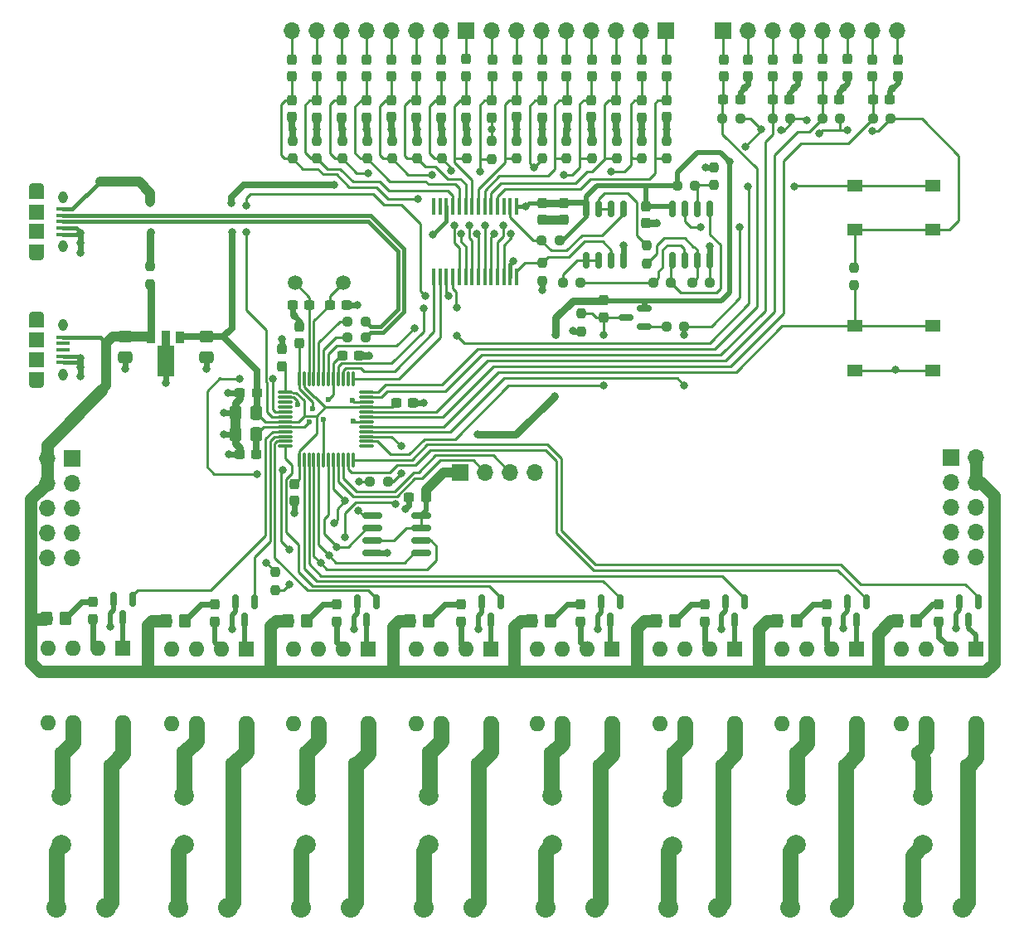
<source format=gtl>
%TF.GenerationSoftware,KiCad,Pcbnew,(6.0.5)*%
%TF.CreationDate,2023-10-09T20:54:02-04:00*%
%TF.ProjectId,solar-controller-2023,736f6c61-722d-4636-9f6e-74726f6c6c65,rev?*%
%TF.SameCoordinates,Original*%
%TF.FileFunction,Copper,L1,Top*%
%TF.FilePolarity,Positive*%
%FSLAX46Y46*%
G04 Gerber Fmt 4.6, Leading zero omitted, Abs format (unit mm)*
G04 Created by KiCad (PCBNEW (6.0.5)) date 2023-10-09 20:54:02*
%MOMM*%
%LPD*%
G01*
G04 APERTURE LIST*
G04 Aperture macros list*
%AMRoundRect*
0 Rectangle with rounded corners*
0 $1 Rounding radius*
0 $2 $3 $4 $5 $6 $7 $8 $9 X,Y pos of 4 corners*
0 Add a 4 corners polygon primitive as box body*
4,1,4,$2,$3,$4,$5,$6,$7,$8,$9,$2,$3,0*
0 Add four circle primitives for the rounded corners*
1,1,$1+$1,$2,$3*
1,1,$1+$1,$4,$5*
1,1,$1+$1,$6,$7*
1,1,$1+$1,$8,$9*
0 Add four rect primitives between the rounded corners*
20,1,$1+$1,$2,$3,$4,$5,0*
20,1,$1+$1,$4,$5,$6,$7,0*
20,1,$1+$1,$6,$7,$8,$9,0*
20,1,$1+$1,$8,$9,$2,$3,0*%
%AMFreePoly0*
4,1,9,3.862500,-0.866500,0.737500,-0.866500,0.737500,-0.450000,-0.737500,-0.450000,-0.737500,0.450000,0.737500,0.450000,0.737500,0.866500,3.862500,0.866500,3.862500,-0.866500,3.862500,-0.866500,$1*%
G04 Aperture macros list end*
%TA.AperFunction,SMDPad,CuDef*%
%ADD10RoundRect,0.237500X-0.237500X0.250000X-0.237500X-0.250000X0.237500X-0.250000X0.237500X0.250000X0*%
%TD*%
%TA.AperFunction,SMDPad,CuDef*%
%ADD11R,1.350000X0.400000*%
%TD*%
%TA.AperFunction,SMDPad,CuDef*%
%ADD12R,1.550000X1.200000*%
%TD*%
%TA.AperFunction,ComponentPad*%
%ADD13O,0.950000X1.250000*%
%TD*%
%TA.AperFunction,SMDPad,CuDef*%
%ADD14R,1.550000X1.500000*%
%TD*%
%TA.AperFunction,ComponentPad*%
%ADD15O,1.550000X0.890000*%
%TD*%
%TA.AperFunction,SMDPad,CuDef*%
%ADD16RoundRect,0.150000X0.587500X0.150000X-0.587500X0.150000X-0.587500X-0.150000X0.587500X-0.150000X0*%
%TD*%
%TA.AperFunction,ComponentPad*%
%ADD17C,2.000000*%
%TD*%
%TA.AperFunction,ComponentPad*%
%ADD18C,1.500000*%
%TD*%
%TA.AperFunction,ComponentPad*%
%ADD19O,1.600000X1.600000*%
%TD*%
%TA.AperFunction,ComponentPad*%
%ADD20R,1.600000X1.600000*%
%TD*%
%TA.AperFunction,SMDPad,CuDef*%
%ADD21R,0.900000X1.300000*%
%TD*%
%TA.AperFunction,SMDPad,CuDef*%
%ADD22FreePoly0,270.000000*%
%TD*%
%TA.AperFunction,SMDPad,CuDef*%
%ADD23RoundRect,0.075000X-0.662500X-0.075000X0.662500X-0.075000X0.662500X0.075000X-0.662500X0.075000X0*%
%TD*%
%TA.AperFunction,SMDPad,CuDef*%
%ADD24RoundRect,0.075000X-0.075000X-0.662500X0.075000X-0.662500X0.075000X0.662500X-0.075000X0.662500X0*%
%TD*%
%TA.AperFunction,SMDPad,CuDef*%
%ADD25RoundRect,0.150000X-0.825000X-0.150000X0.825000X-0.150000X0.825000X0.150000X-0.825000X0.150000X0*%
%TD*%
%TA.AperFunction,SMDPad,CuDef*%
%ADD26RoundRect,0.150000X0.150000X-0.675000X0.150000X0.675000X-0.150000X0.675000X-0.150000X-0.675000X0*%
%TD*%
%TA.AperFunction,SMDPad,CuDef*%
%ADD27R,0.450000X1.750000*%
%TD*%
%TA.AperFunction,SMDPad,CuDef*%
%ADD28R,1.550000X1.300000*%
%TD*%
%TA.AperFunction,ComponentPad*%
%ADD29C,1.600000*%
%TD*%
%TA.AperFunction,SMDPad,CuDef*%
%ADD30RoundRect,0.250000X-0.350000X-0.450000X0.350000X-0.450000X0.350000X0.450000X-0.350000X0.450000X0*%
%TD*%
%TA.AperFunction,SMDPad,CuDef*%
%ADD31RoundRect,0.237500X-0.250000X-0.237500X0.250000X-0.237500X0.250000X0.237500X-0.250000X0.237500X0*%
%TD*%
%TA.AperFunction,SMDPad,CuDef*%
%ADD32RoundRect,0.237500X0.237500X-0.250000X0.237500X0.250000X-0.237500X0.250000X-0.237500X-0.250000X0*%
%TD*%
%TA.AperFunction,SMDPad,CuDef*%
%ADD33RoundRect,0.237500X0.250000X0.237500X-0.250000X0.237500X-0.250000X-0.237500X0.250000X-0.237500X0*%
%TD*%
%TA.AperFunction,SMDPad,CuDef*%
%ADD34RoundRect,0.150000X-0.150000X0.587500X-0.150000X-0.587500X0.150000X-0.587500X0.150000X0.587500X0*%
%TD*%
%TA.AperFunction,ComponentPad*%
%ADD35C,2.032000*%
%TD*%
%TA.AperFunction,ComponentPad*%
%ADD36O,1.700000X1.700000*%
%TD*%
%TA.AperFunction,ComponentPad*%
%ADD37R,1.700000X1.700000*%
%TD*%
%TA.AperFunction,SMDPad,CuDef*%
%ADD38RoundRect,0.237500X-0.237500X0.300000X-0.237500X-0.300000X0.237500X-0.300000X0.237500X0.300000X0*%
%TD*%
%TA.AperFunction,SMDPad,CuDef*%
%ADD39RoundRect,0.237500X0.237500X-0.287500X0.237500X0.287500X-0.237500X0.287500X-0.237500X-0.287500X0*%
%TD*%
%TA.AperFunction,SMDPad,CuDef*%
%ADD40RoundRect,0.237500X0.237500X-0.300000X0.237500X0.300000X-0.237500X0.300000X-0.237500X-0.300000X0*%
%TD*%
%TA.AperFunction,SMDPad,CuDef*%
%ADD41RoundRect,0.237500X-0.300000X-0.237500X0.300000X-0.237500X0.300000X0.237500X-0.300000X0.237500X0*%
%TD*%
%TA.AperFunction,SMDPad,CuDef*%
%ADD42RoundRect,0.237500X0.300000X0.237500X-0.300000X0.237500X-0.300000X-0.237500X0.300000X-0.237500X0*%
%TD*%
%TA.AperFunction,SMDPad,CuDef*%
%ADD43RoundRect,0.250000X0.337500X0.475000X-0.337500X0.475000X-0.337500X-0.475000X0.337500X-0.475000X0*%
%TD*%
%TA.AperFunction,SMDPad,CuDef*%
%ADD44RoundRect,0.250000X0.475000X-0.337500X0.475000X0.337500X-0.475000X0.337500X-0.475000X-0.337500X0*%
%TD*%
%TA.AperFunction,ViaPad*%
%ADD45C,0.800000*%
%TD*%
%TA.AperFunction,ViaPad*%
%ADD46C,0.600000*%
%TD*%
%TA.AperFunction,Conductor*%
%ADD47C,0.250000*%
%TD*%
%TA.AperFunction,Conductor*%
%ADD48C,0.280000*%
%TD*%
%TA.AperFunction,Conductor*%
%ADD49C,0.290000*%
%TD*%
%TA.AperFunction,Conductor*%
%ADD50C,0.800000*%
%TD*%
%TA.AperFunction,Conductor*%
%ADD51C,0.400000*%
%TD*%
%TA.AperFunction,Conductor*%
%ADD52C,1.000000*%
%TD*%
%TA.AperFunction,Conductor*%
%ADD53C,0.600000*%
%TD*%
%TA.AperFunction,Conductor*%
%ADD54C,1.600000*%
%TD*%
%TA.AperFunction,Conductor*%
%ADD55C,0.500000*%
%TD*%
%TA.AperFunction,Conductor*%
%ADD56C,1.250000*%
%TD*%
%TA.AperFunction,Conductor*%
%ADD57C,0.700000*%
%TD*%
%TA.AperFunction,Conductor*%
%ADD58C,0.750000*%
%TD*%
%TA.AperFunction,Conductor*%
%ADD59C,0.450000*%
%TD*%
%TA.AperFunction,Conductor*%
%ADD60C,0.900000*%
%TD*%
G04 APERTURE END LIST*
D10*
%TO.P,R44,1*%
%TO.N,Net-(J5-Pad1)*%
X113030000Y-78081500D03*
%TO.P,R44,2*%
%TO.N,+5V*%
X113030000Y-79906500D03*
%TD*%
D11*
%TO.P,J5,1,VBUS*%
%TO.N,Net-(J5-Pad1)*%
X104135000Y-72240000D03*
%TO.P,J5,2,D-*%
X104135000Y-72890000D03*
%TO.P,J5,3,D+*%
%TO.N,/mcu/USB+*%
X104135000Y-73540000D03*
%TO.P,J5,4,GND*%
%TO.N,GND*%
X104135000Y-74190000D03*
%TO.P,J5,5,Shield*%
X104135000Y-74840000D03*
D12*
%TO.P,J5,6*%
%TO.N,N/C*%
X101435000Y-70640000D03*
D13*
X104135000Y-76040000D03*
D14*
X101435000Y-74540000D03*
D15*
X101435000Y-77040000D03*
D12*
X101435000Y-76440000D03*
D13*
X104135000Y-71040000D03*
D14*
X101435000Y-72540000D03*
D15*
X101435000Y-70040000D03*
%TD*%
D11*
%TO.P,J8,1,VBUS*%
%TO.N,+5V*%
X104140000Y-85330000D03*
%TO.P,J8,2,D-*%
%TO.N,unconnected-(J8-Pad2)*%
X104140000Y-85980000D03*
%TO.P,J8,3,D+*%
%TO.N,unconnected-(J8-Pad3)*%
X104140000Y-86630000D03*
%TO.P,J8,4,GND*%
%TO.N,GND*%
X104140000Y-87280000D03*
%TO.P,J8,5,Shield*%
X104140000Y-87930000D03*
D12*
%TO.P,J8,6*%
%TO.N,N/C*%
X101440000Y-83730000D03*
D13*
X104140000Y-89130000D03*
D14*
X101440000Y-87630000D03*
D15*
X101440000Y-90130000D03*
D12*
X101440000Y-89530000D03*
D13*
X104140000Y-84130000D03*
D14*
X101440000Y-85630000D03*
D15*
X101440000Y-83130000D03*
%TD*%
D16*
%TO.P,Q1,1,B*%
%TO.N,Net-(Q1-Pad1)*%
X163450000Y-84260000D03*
%TO.P,Q1,2,E*%
%TO.N,+3V3*%
X163450000Y-82360000D03*
%TO.P,Q1,3,C*%
%TO.N,SENSOR_READY*%
X161575000Y-83310000D03*
%TD*%
D17*
%TO.P,F8,1*%
%TO.N,Net-(F8-Pad1)*%
X141440000Y-132210000D03*
%TO.P,F8,2*%
%TO.N,Net-(F8-Pad2)*%
X141440000Y-137210000D03*
%TD*%
%TO.P,F7,2*%
%TO.N,Net-(F7-Pad2)*%
X116440000Y-137210000D03*
%TO.P,F7,1*%
%TO.N,Net-(F7-Pad1)*%
X116440000Y-132210000D03*
%TD*%
%TO.P,F6,1*%
%TO.N,Net-(F6-Pad1)*%
X128940000Y-132210000D03*
%TO.P,F6,2*%
%TO.N,Net-(F6-Pad2)*%
X128940000Y-137210000D03*
%TD*%
%TO.P,F5,1*%
%TO.N,Net-(F5-Pad1)*%
X103940000Y-132210000D03*
%TO.P,F5,2*%
%TO.N,Net-(F5-Pad2)*%
X103940000Y-137210000D03*
%TD*%
%TO.P,F4,1*%
%TO.N,Net-(F4-Pad1)*%
X191940000Y-132210000D03*
%TO.P,F4,2*%
%TO.N,Net-(F4-Pad2)*%
X191940000Y-137210000D03*
%TD*%
%TO.P,F3,1*%
%TO.N,Net-(F3-Pad1)*%
X166370000Y-132334000D03*
%TO.P,F3,2*%
%TO.N,Net-(F3-Pad2)*%
X166370000Y-137334000D03*
%TD*%
%TO.P,F2,1*%
%TO.N,Net-(F2-Pad1)*%
X178940000Y-132210000D03*
%TO.P,F2,2*%
%TO.N,Net-(F2-Pad2)*%
X178940000Y-137210000D03*
%TD*%
%TO.P,F1,1*%
%TO.N,Net-(F1-Pad1)*%
X154090000Y-132210000D03*
%TO.P,F1,2*%
%TO.N,Net-(F1-Pad2)*%
X154090000Y-137210000D03*
%TD*%
D18*
%TO.P,Y1,2,2*%
%TO.N,Net-(C28-Pad1)*%
X132710000Y-79810000D03*
%TO.P,Y1,1,1*%
%TO.N,Net-(C29-Pad1)*%
X127830000Y-79810000D03*
%TD*%
D19*
%TO.P,U14,8*%
%TO.N,Net-(OUT_4-Pad1)*%
X147775000Y-124795000D03*
%TO.P,U14,6*%
%TO.N,Net-(F8-Pad1)*%
X142695000Y-124795000D03*
%TO.P,U14,5*%
%TO.N,unconnected-(U14-Pad5)*%
X140155000Y-124795000D03*
%TO.P,U14,4*%
%TO.N,Net-(Q9-Pad3)*%
X140155000Y-117175000D03*
%TO.P,U14,3*%
X142695000Y-117175000D03*
%TO.P,U14,2*%
%TO.N,Net-(D8-Pad1)*%
X145235000Y-117175000D03*
D20*
%TO.P,U14,1*%
%TO.N,Net-(Q9-Pad3)*%
X147775000Y-117175000D03*
%TD*%
%TO.P,U13,1*%
%TO.N,Net-(Q8-Pad3)*%
X122800000Y-117175000D03*
D19*
%TO.P,U13,2*%
%TO.N,Net-(D7-Pad1)*%
X120260000Y-117175000D03*
%TO.P,U13,3*%
%TO.N,Net-(Q8-Pad3)*%
X117720000Y-117175000D03*
%TO.P,U13,4*%
X115180000Y-117175000D03*
%TO.P,U13,5*%
%TO.N,unconnected-(U13-Pad5)*%
X115180000Y-124795000D03*
%TO.P,U13,6*%
%TO.N,Net-(F7-Pad1)*%
X117720000Y-124795000D03*
%TO.P,U13,8*%
%TO.N,Net-(OUT_6-Pad1)*%
X122800000Y-124795000D03*
%TD*%
%TO.P,U12,8*%
%TO.N,Net-(OUT_5-Pad1)*%
X135250000Y-124795000D03*
%TO.P,U12,6*%
%TO.N,Net-(F6-Pad1)*%
X130170000Y-124795000D03*
%TO.P,U12,5*%
%TO.N,unconnected-(U12-Pad5)*%
X127630000Y-124795000D03*
%TO.P,U12,4*%
%TO.N,Net-(Q7-Pad3)*%
X127630000Y-117175000D03*
%TO.P,U12,3*%
X130170000Y-117175000D03*
%TO.P,U12,2*%
%TO.N,Net-(D6-Pad1)*%
X132710000Y-117175000D03*
D20*
%TO.P,U12,1*%
%TO.N,Net-(Q7-Pad3)*%
X135250000Y-117175000D03*
%TD*%
D19*
%TO.P,U11,8*%
%TO.N,Net-(OUT_7-Pad1)*%
X110200000Y-124745000D03*
%TO.P,U11,6*%
%TO.N,Net-(F5-Pad1)*%
X105120000Y-124745000D03*
%TO.P,U11,5*%
%TO.N,unconnected-(U11-Pad5)*%
X102580000Y-124745000D03*
%TO.P,U11,4*%
%TO.N,Net-(Q6-Pad3)*%
X102580000Y-117125000D03*
%TO.P,U11,3*%
X105120000Y-117125000D03*
%TO.P,U11,2*%
%TO.N,Net-(D5-Pad1)*%
X107660000Y-117125000D03*
D20*
%TO.P,U11,1*%
%TO.N,Net-(Q6-Pad3)*%
X110200000Y-117125000D03*
%TD*%
%TO.P,U10,1*%
%TO.N,Net-(Q5-Pad3)*%
X197300000Y-117200000D03*
D19*
%TO.P,U10,2*%
%TO.N,Net-(D4-Pad1)*%
X194760000Y-117200000D03*
%TO.P,U10,3*%
%TO.N,Net-(Q5-Pad3)*%
X192220000Y-117200000D03*
%TO.P,U10,4*%
X189680000Y-117200000D03*
%TO.P,U10,5*%
%TO.N,unconnected-(U10-Pad5)*%
X189680000Y-124820000D03*
%TO.P,U10,6*%
%TO.N,Net-(F4-Pad1)*%
X192220000Y-124820000D03*
%TO.P,U10,8*%
%TO.N,Net-(OUT_0-Pad1)*%
X197300000Y-124820000D03*
%TD*%
D20*
%TO.P,U9,1*%
%TO.N,Net-(Q4-Pad3)*%
X172700000Y-117175000D03*
D19*
%TO.P,U9,2*%
%TO.N,Net-(D3-Pad1)*%
X170160000Y-117175000D03*
%TO.P,U9,3*%
%TO.N,Net-(Q4-Pad3)*%
X167620000Y-117175000D03*
%TO.P,U9,4*%
X165080000Y-117175000D03*
%TO.P,U9,5*%
%TO.N,unconnected-(U9-Pad5)*%
X165080000Y-124795000D03*
%TO.P,U9,6*%
%TO.N,Net-(F3-Pad1)*%
X167620000Y-124795000D03*
%TO.P,U9,8*%
%TO.N,Net-(OUT_2-Pad1)*%
X172700000Y-124795000D03*
%TD*%
D20*
%TO.P,U8,1*%
%TO.N,Net-(Q3-Pad3)*%
X185156000Y-117200000D03*
D19*
%TO.P,U8,2*%
%TO.N,Net-(D2-Pad1)*%
X182616000Y-117200000D03*
%TO.P,U8,3*%
%TO.N,Net-(Q3-Pad3)*%
X180076000Y-117200000D03*
%TO.P,U8,4*%
X177536000Y-117200000D03*
%TO.P,U8,5*%
%TO.N,unconnected-(U8-Pad5)*%
X177536000Y-124820000D03*
%TO.P,U8,6*%
%TO.N,Net-(F2-Pad1)*%
X180076000Y-124820000D03*
%TO.P,U8,8*%
%TO.N,Net-(OUT_1-Pad1)*%
X185156000Y-124820000D03*
%TD*%
D20*
%TO.P,U7,1*%
%TO.N,Net-(Q2-Pad3)*%
X160150000Y-117175000D03*
D19*
%TO.P,U7,2*%
%TO.N,Net-(D1-Pad1)*%
X157610000Y-117175000D03*
%TO.P,U7,3*%
%TO.N,Net-(Q2-Pad3)*%
X155070000Y-117175000D03*
%TO.P,U7,4*%
X152530000Y-117175000D03*
%TO.P,U7,5*%
%TO.N,unconnected-(U7-Pad5)*%
X152530000Y-124795000D03*
%TO.P,U7,6*%
%TO.N,Net-(F1-Pad1)*%
X155070000Y-124795000D03*
%TO.P,U7,8*%
%TO.N,Net-(OUT_3-Pad1)*%
X160150000Y-124795000D03*
%TD*%
D21*
%TO.P,U6,1,VO*%
%TO.N,+3V3*%
X116088000Y-85381500D03*
D22*
%TO.P,U6,2,GND*%
%TO.N,GND*%
X114588000Y-85469000D03*
D21*
%TO.P,U6,3,VI*%
%TO.N,+5V*%
X113088000Y-85381500D03*
%TD*%
D23*
%TO.P,U5,1,ADREF*%
%TO.N,+3V3*%
X126807500Y-90980000D03*
%TO.P,U5,2,GND*%
%TO.N,GND*%
X126807500Y-91480000D03*
%TO.P,U5,3,PB0/AD4*%
%TO.N,unconnected-(U5-Pad3)*%
X126807500Y-91980000D03*
%TO.P,U5,4,PB1/AD5*%
%TO.N,unconnected-(U5-Pad4)*%
X126807500Y-92480000D03*
%TO.P,U5,5,PB2/AD6*%
%TO.N,CS2*%
X126807500Y-92980000D03*
%TO.P,U5,6,PB3/AD7*%
%TO.N,ASW_A0*%
X126807500Y-93480000D03*
%TO.P,U5,7,VDDIN*%
%TO.N,+3V3*%
X126807500Y-93980000D03*
%TO.P,U5,8,VDDOUT*%
%TO.N,Net-(C35-Pad1)*%
X126807500Y-94480000D03*
%TO.P,U5,9,PA17*%
%TO.N,OUT_7*%
X126807500Y-94980000D03*
%TO.P,U5,10,PA18*%
%TO.N,OUT_6*%
X126807500Y-95480000D03*
%TO.P,U5,11,PA19*%
%TO.N,OUT_5*%
X126807500Y-95980000D03*
%TO.P,U5,12,PA20*%
%TO.N,OUT_4*%
X126807500Y-96480000D03*
D24*
%TO.P,U5,13,VDDIO*%
%TO.N,+3V3*%
X128220000Y-97892500D03*
%TO.P,U5,14,PA16*%
%TO.N,OUT_3*%
X128720000Y-97892500D03*
%TO.P,U5,15,PA15*%
%TO.N,OUT_2*%
X129220000Y-97892500D03*
%TO.P,U5,16,PA14*%
%TO.N,SCLK*%
X129720000Y-97892500D03*
%TO.P,U5,17,PA13*%
%TO.N,MOSI*%
X130220000Y-97892500D03*
%TO.P,U5,18,VDDCORE*%
%TO.N,Net-(C35-Pad1)*%
X130720000Y-97892500D03*
%TO.P,U5,19,PA12*%
%TO.N,MISO*%
X131220000Y-97892500D03*
%TO.P,U5,20,PA11*%
%TO.N,CS0*%
X131720000Y-97892500D03*
%TO.P,U5,21,PA10*%
%TO.N,Net-(J4-Pad2)*%
X132220000Y-97892500D03*
%TO.P,U5,22,PA9*%
%TO.N,Net-(J4-Pad3)*%
X132720000Y-97892500D03*
%TO.P,U5,23,PA8*%
%TO.N,OUT_1*%
X133220000Y-97892500D03*
%TO.P,U5,24,PA7*%
%TO.N,OUT_0*%
X133720000Y-97892500D03*
D23*
%TO.P,U5,25*%
%TO.N,N/C*%
X135132500Y-96480000D03*
%TO.P,U5,26,PA6*%
%TO.N,SENSOR_READY*%
X135132500Y-95980000D03*
%TO.P,U5,27,PA5*%
%TO.N,CS3*%
X135132500Y-95480000D03*
%TO.P,U5,28,PA4*%
%TO.N,SENSOR_TICK*%
X135132500Y-94980000D03*
%TO.P,U5,29,NRST*%
%TO.N,Net-(R31-Pad1)*%
X135132500Y-94480000D03*
%TO.P,U5,30,TST*%
%TO.N,GND*%
X135132500Y-93980000D03*
%TO.P,U5,31,PA3*%
%TO.N,SW_3*%
X135132500Y-93480000D03*
%TO.P,U5,32,PA2*%
%TO.N,SW_2*%
X135132500Y-92980000D03*
%TO.P,U5,33,VDDIO*%
%TO.N,+3V3*%
X135132500Y-92480000D03*
%TO.P,U5,34,GND*%
%TO.N,GND*%
X135132500Y-91980000D03*
%TO.P,U5,35,PA1*%
%TO.N,SW_1*%
X135132500Y-91480000D03*
%TO.P,U5,36,PA0*%
%TO.N,SW_0*%
X135132500Y-90980000D03*
D24*
%TO.P,U5,37,PB5*%
%TO.N,ASW_A1*%
X133720000Y-89567500D03*
%TO.P,U5,38,JTAGSEL*%
%TO.N,unconnected-(U5-Pad38)*%
X133220000Y-89567500D03*
%TO.P,U5,39,PB6*%
%TO.N,ASW_A2*%
X132720000Y-89567500D03*
%TO.P,U5,40,PB7*%
%TO.N,ASW_EN*%
X132220000Y-89567500D03*
%TO.P,U5,41,VDDCORE*%
%TO.N,Net-(C35-Pad1)*%
X131720000Y-89567500D03*
%TO.P,U5,42,PB12/ERASE*%
%TO.N,Net-(SW1-Pad1)*%
X131220000Y-89567500D03*
%TO.P,U5,43,PB10/DDM*%
%TO.N,Net-(R32-Pad1)*%
X130720000Y-89567500D03*
%TO.P,U5,44,PB11/DDP*%
%TO.N,Net-(R33-Pad1)*%
X130220000Y-89567500D03*
%TO.P,U5,45,PB8/XOUT*%
%TO.N,Net-(C28-Pad1)*%
X129720000Y-89567500D03*
%TO.P,U5,46,PB9/XIN*%
%TO.N,Net-(C29-Pad1)*%
X129220000Y-89567500D03*
%TO.P,U5,47,VDDIO*%
%TO.N,+3V3*%
X128720000Y-89567500D03*
%TO.P,U5,48,VDDPLL*%
%TO.N,Net-(C35-Pad1)*%
X128220000Y-89567500D03*
%TD*%
D25*
%TO.P,U4,1,~{S}*%
%TO.N,CS0*%
X135705000Y-103595000D03*
%TO.P,U4,2,Q*%
%TO.N,MISO*%
X135705000Y-104865000D03*
%TO.P,U4,3,~{W}*%
%TO.N,+3V3*%
X135705000Y-106135000D03*
%TO.P,U4,4,VSS*%
%TO.N,GND*%
X135705000Y-107405000D03*
%TO.P,U4,5,D*%
%TO.N,MOSI*%
X140655000Y-107405000D03*
%TO.P,U4,6,C*%
%TO.N,SCLK*%
X140655000Y-106135000D03*
%TO.P,U4,7,~{HOLD}*%
%TO.N,+3V3*%
X140655000Y-104865000D03*
%TO.P,U4,8,VCC*%
X140655000Y-103595000D03*
%TD*%
D26*
%TO.P,U3,8,V+*%
%TO.N,+3V3*%
X166306000Y-72220000D03*
%TO.P,U3,7*%
%TO.N,SENSOR_TICK*%
X167576000Y-72220000D03*
%TO.P,U3,6,-*%
%TO.N,Net-(R23-Pad2)*%
X168846000Y-72220000D03*
%TO.P,U3,5,+*%
%TO.N,Net-(R22-Pad2)*%
X170116000Y-72220000D03*
%TO.P,U3,4,V-*%
%TO.N,GND*%
X170116000Y-77470000D03*
%TO.P,U3,3,+*%
%TO.N,Net-(R19-Pad2)*%
X168846000Y-77470000D03*
%TO.P,U3,2,-*%
%TO.N,Net-(R20-Pad2)*%
X167576000Y-77470000D03*
%TO.P,U3,1*%
%TO.N,Net-(R22-Pad2)*%
X166306000Y-77470000D03*
%TD*%
%TO.P,U2,8,V+*%
%TO.N,+3V3*%
X157536000Y-72245000D03*
%TO.P,U2,7*%
%TO.N,Net-(R19-Pad1)*%
X158806000Y-72245000D03*
%TO.P,U2,6,-*%
X160076000Y-72245000D03*
%TO.P,U2,5,+*%
%TO.N,Net-(R17-Pad2)*%
X161346000Y-72245000D03*
%TO.P,U2,4,V-*%
%TO.N,GND*%
X161346000Y-77495000D03*
%TO.P,U2,3,+*%
%TO.N,Net-(R18-Pad2)*%
X160076000Y-77495000D03*
%TO.P,U2,2,-*%
%TO.N,Net-(R20-Pad1)*%
X158806000Y-77495000D03*
%TO.P,U2,1*%
X157536000Y-77495000D03*
%TD*%
D27*
%TO.P,U1,28,DA*%
%TO.N,Net-(R18-Pad2)*%
X150416000Y-79170000D03*
%TO.P,U1,27,VSS*%
%TO.N,GND*%
X149766000Y-79170000D03*
%TO.P,U1,26,S8A*%
%TO.N,Net-(C2-Pad1)*%
X149116000Y-79170000D03*
%TO.P,U1,25,S7A*%
%TO.N,Net-(C4-Pad1)*%
X148466000Y-79170000D03*
%TO.P,U1,24,S6A*%
%TO.N,Net-(C6-Pad1)*%
X147816000Y-79170000D03*
%TO.P,U1,23,S5A*%
%TO.N,Net-(C8-Pad1)*%
X147166000Y-79170000D03*
%TO.P,U1,22,S4A*%
%TO.N,Net-(C10-Pad1)*%
X146516000Y-79170000D03*
%TO.P,U1,21,S3A*%
%TO.N,Net-(C12-Pad1)*%
X145866000Y-79170000D03*
%TO.P,U1,20,S2A*%
%TO.N,Net-(C14-Pad1)*%
X145216000Y-79170000D03*
%TO.P,U1,19,S1A*%
%TO.N,Net-(C16-Pad1)*%
X144566000Y-79170000D03*
%TO.P,U1,18,EN*%
%TO.N,ASW_EN*%
X143916000Y-79170000D03*
%TO.P,U1,17,A0*%
%TO.N,ASW_A0*%
X143266000Y-79170000D03*
%TO.P,U1,16,A1*%
%TO.N,ASW_A1*%
X142616000Y-79170000D03*
%TO.P,U1,15,A2*%
%TO.N,ASW_A2*%
X141966000Y-79170000D03*
%TO.P,U1,14*%
%TO.N,N/C*%
X141966000Y-71970000D03*
%TO.P,U1,13*%
X142616000Y-71970000D03*
%TO.P,U1,12,GND*%
%TO.N,GND*%
X143266000Y-71970000D03*
%TO.P,U1,11,S1B*%
%TO.N,Net-(C15-Pad2)*%
X143916000Y-71970000D03*
%TO.P,U1,10,S2B*%
%TO.N,Net-(C13-Pad2)*%
X144566000Y-71970000D03*
%TO.P,U1,9,S3B*%
%TO.N,Net-(C11-Pad2)*%
X145216000Y-71970000D03*
%TO.P,U1,8,S4B*%
%TO.N,Net-(C9-Pad2)*%
X145866000Y-71970000D03*
%TO.P,U1,7,S5B*%
%TO.N,Net-(C7-Pad2)*%
X146516000Y-71970000D03*
%TO.P,U1,6,S6B*%
%TO.N,Net-(C5-Pad2)*%
X147166000Y-71970000D03*
%TO.P,U1,5,S7B*%
%TO.N,Net-(C3-Pad2)*%
X147816000Y-71970000D03*
%TO.P,U1,4,S8B*%
%TO.N,Net-(C1-Pad2)*%
X148466000Y-71970000D03*
%TO.P,U1,3*%
%TO.N,N/C*%
X149116000Y-71970000D03*
%TO.P,U1,2,DB*%
%TO.N,Net-(R17-Pad2)*%
X149766000Y-71970000D03*
%TO.P,U1,1,VDD*%
%TO.N,+3V3*%
X150416000Y-71970000D03*
%TD*%
D28*
%TO.P,SW2,1,1*%
%TO.N,Net-(R31-Pad1)*%
X192905000Y-84210000D03*
X184955000Y-84210000D03*
%TO.P,SW2,2,2*%
%TO.N,GND*%
X184955000Y-88710000D03*
X192905000Y-88710000D03*
%TD*%
%TO.P,SW1,2,2*%
%TO.N,+3V3*%
X192905000Y-74390000D03*
X184955000Y-74390000D03*
%TO.P,SW1,1,1*%
%TO.N,Net-(SW1-Pad1)*%
X184955000Y-69890000D03*
X192905000Y-69890000D03*
%TD*%
D29*
%TO.P,RV8,1*%
%TO.N,Net-(OUT_4-Pad1)*%
X146500000Y-129000000D03*
%TO.P,RV8,2*%
%TO.N,Net-(F8-Pad1)*%
X141500000Y-127800000D03*
%TD*%
%TO.P,RV7,2*%
%TO.N,Net-(F7-Pad1)*%
X116500000Y-127800000D03*
%TO.P,RV7,1*%
%TO.N,Net-(OUT_6-Pad1)*%
X121500000Y-129000000D03*
%TD*%
%TO.P,RV6,1*%
%TO.N,Net-(OUT_5-Pad1)*%
X134000000Y-129000000D03*
%TO.P,RV6,2*%
%TO.N,Net-(F6-Pad1)*%
X129000000Y-127800000D03*
%TD*%
%TO.P,RV5,1*%
%TO.N,Net-(OUT_7-Pad1)*%
X109000000Y-129100000D03*
%TO.P,RV5,2*%
%TO.N,Net-(F5-Pad1)*%
X104000000Y-127900000D03*
%TD*%
%TO.P,RV4,2*%
%TO.N,Net-(F4-Pad1)*%
X191500000Y-127900000D03*
%TO.P,RV4,1*%
%TO.N,Net-(OUT_0-Pad1)*%
X196500000Y-129100000D03*
%TD*%
%TO.P,RV3,1*%
%TO.N,Net-(OUT_2-Pad1)*%
X171500000Y-129100000D03*
%TO.P,RV3,2*%
%TO.N,Net-(F3-Pad1)*%
X166500000Y-127900000D03*
%TD*%
%TO.P,RV2,1*%
%TO.N,Net-(OUT_1-Pad1)*%
X184000000Y-129100000D03*
%TO.P,RV2,2*%
%TO.N,Net-(F2-Pad1)*%
X179000000Y-127900000D03*
%TD*%
%TO.P,RV1,1*%
%TO.N,Net-(OUT_3-Pad1)*%
X159000000Y-129100000D03*
%TO.P,RV1,2*%
%TO.N,Net-(F1-Pad1)*%
X154000000Y-127900000D03*
%TD*%
D30*
%TO.P,R43,1*%
%TO.N,+5V*%
X139462000Y-114300000D03*
%TO.P,R43,2*%
%TO.N,Net-(D8-Pad2)*%
X141462000Y-114300000D03*
%TD*%
%TO.P,R42,1*%
%TO.N,+5V*%
X114570000Y-114300000D03*
%TO.P,R42,2*%
%TO.N,Net-(D7-Pad2)*%
X116570000Y-114300000D03*
%TD*%
%TO.P,R41,1*%
%TO.N,+5V*%
X127016000Y-114300000D03*
%TO.P,R41,2*%
%TO.N,Net-(D6-Pad2)*%
X129016000Y-114300000D03*
%TD*%
%TO.P,R40,1*%
%TO.N,+5V*%
X102378000Y-114046000D03*
%TO.P,R40,2*%
%TO.N,Net-(D5-Pad2)*%
X104378000Y-114046000D03*
%TD*%
%TO.P,R39,2*%
%TO.N,Net-(D4-Pad2)*%
X191246000Y-114300000D03*
%TO.P,R39,1*%
%TO.N,+5V*%
X189246000Y-114300000D03*
%TD*%
%TO.P,R38,1*%
%TO.N,+5V*%
X164608000Y-114300000D03*
%TO.P,R38,2*%
%TO.N,Net-(D3-Pad2)*%
X166608000Y-114300000D03*
%TD*%
%TO.P,R37,1*%
%TO.N,+5V*%
X177038000Y-114300000D03*
%TO.P,R37,2*%
%TO.N,Net-(D2-Pad2)*%
X179038000Y-114300000D03*
%TD*%
%TO.P,R36,1*%
%TO.N,+5V*%
X151924000Y-114300000D03*
%TO.P,R36,2*%
%TO.N,Net-(D1-Pad2)*%
X153924000Y-114300000D03*
%TD*%
D31*
%TO.P,R35,1*%
%TO.N,CS0*%
X135465000Y-100130000D03*
%TO.P,R35,2*%
%TO.N,CS3*%
X137290000Y-100130000D03*
%TD*%
D10*
%TO.P,R34,1*%
%TO.N,CS0*%
X125750000Y-109357500D03*
%TO.P,R34,2*%
%TO.N,CS2*%
X125750000Y-111182500D03*
%TD*%
D31*
%TO.P,R33,1*%
%TO.N,Net-(R33-Pad1)*%
X133170000Y-83720000D03*
%TO.P,R33,2*%
%TO.N,/mcu/USB+*%
X134995000Y-83720000D03*
%TD*%
%TO.P,R32,1*%
%TO.N,Net-(R32-Pad1)*%
X133180000Y-85360000D03*
%TO.P,R32,2*%
%TO.N,Net-(J5-Pad1)*%
X135005000Y-85360000D03*
%TD*%
D32*
%TO.P,R31,1*%
%TO.N,Net-(R31-Pad1)*%
X184870000Y-80042500D03*
%TO.P,R31,2*%
%TO.N,+3V3*%
X184870000Y-78217500D03*
%TD*%
D31*
%TO.P,R30,2*%
%TO.N,+3V3*%
X188623500Y-63005000D03*
%TO.P,R30,1*%
%TO.N,SW_3*%
X186798500Y-63005000D03*
%TD*%
%TO.P,R29,2*%
%TO.N,+3V3*%
X183473500Y-63025000D03*
%TO.P,R29,1*%
%TO.N,SW_2*%
X181648500Y-63025000D03*
%TD*%
%TO.P,R28,2*%
%TO.N,+3V3*%
X178373500Y-63005000D03*
%TO.P,R28,1*%
%TO.N,SW_1*%
X176548500Y-63005000D03*
%TD*%
%TO.P,R27,2*%
%TO.N,+3V3*%
X173273500Y-63025000D03*
%TO.P,R27,1*%
%TO.N,SW_0*%
X171448500Y-63025000D03*
%TD*%
D10*
%TO.P,R26,1*%
%TO.N,SENSOR_READY*%
X157060000Y-82910000D03*
%TO.P,R26,2*%
%TO.N,GND*%
X157060000Y-84735000D03*
%TD*%
D33*
%TO.P,R25,1*%
%TO.N,SENSOR_TICK*%
X167550000Y-84250000D03*
%TO.P,R25,2*%
%TO.N,Net-(Q1-Pad1)*%
X165725000Y-84250000D03*
%TD*%
D32*
%TO.P,R24,2*%
%TO.N,GND*%
X170561000Y-67982500D03*
%TO.P,R24,1*%
%TO.N,Net-(R23-Pad2)*%
X170561000Y-69807500D03*
%TD*%
D31*
%TO.P,R23,2*%
%TO.N,Net-(R23-Pad2)*%
X168663500Y-69825000D03*
%TO.P,R23,1*%
%TO.N,+3V3*%
X166838500Y-69825000D03*
%TD*%
%TO.P,R22,2*%
%TO.N,Net-(R22-Pad2)*%
X166186000Y-79795000D03*
%TO.P,R22,1*%
%TO.N,Net-(R20-Pad2)*%
X164361000Y-79795000D03*
%TD*%
%TO.P,R21,2*%
%TO.N,GND*%
X170186000Y-79770000D03*
%TO.P,R21,1*%
%TO.N,Net-(R19-Pad2)*%
X168361000Y-79770000D03*
%TD*%
%TO.P,R20,1*%
%TO.N,Net-(R20-Pad1)*%
X155153500Y-79770000D03*
%TO.P,R20,2*%
%TO.N,Net-(R20-Pad2)*%
X156978500Y-79770000D03*
%TD*%
D10*
%TO.P,R19,2*%
%TO.N,Net-(R19-Pad2)*%
X163691000Y-77807500D03*
%TO.P,R19,1*%
%TO.N,Net-(R19-Pad1)*%
X163691000Y-75982500D03*
%TD*%
D32*
%TO.P,R18,2*%
%TO.N,Net-(R18-Pad2)*%
X153016000Y-77757500D03*
%TO.P,R18,1*%
%TO.N,GND*%
X153016000Y-79582500D03*
%TD*%
D33*
%TO.P,R17,2*%
%TO.N,Net-(R17-Pad2)*%
X153003500Y-75470000D03*
%TO.P,R17,1*%
%TO.N,+3V3*%
X154828500Y-75470000D03*
%TD*%
D32*
%TO.P,R16,2*%
%TO.N,GND*%
X127531000Y-65285000D03*
%TO.P,R16,1*%
%TO.N,Net-(C16-Pad1)*%
X127531000Y-67110000D03*
%TD*%
D10*
%TO.P,R15,2*%
%TO.N,Net-(C15-Pad2)*%
X130041000Y-67100000D03*
%TO.P,R15,1*%
%TO.N,GND*%
X130041000Y-65275000D03*
%TD*%
D32*
%TO.P,R14,2*%
%TO.N,GND*%
X132611000Y-65272500D03*
%TO.P,R14,1*%
%TO.N,Net-(C14-Pad1)*%
X132611000Y-67097500D03*
%TD*%
D10*
%TO.P,R13,2*%
%TO.N,Net-(C13-Pad2)*%
X135161000Y-67089500D03*
%TO.P,R13,1*%
%TO.N,GND*%
X135161000Y-65264500D03*
%TD*%
D32*
%TO.P,R12,2*%
%TO.N,GND*%
X137701000Y-65264500D03*
%TO.P,R12,1*%
%TO.N,Net-(C12-Pad1)*%
X137701000Y-67089500D03*
%TD*%
D10*
%TO.P,R11,2*%
%TO.N,Net-(C11-Pad2)*%
X140241000Y-67089500D03*
%TO.P,R11,1*%
%TO.N,GND*%
X140241000Y-65264500D03*
%TD*%
D32*
%TO.P,R10,2*%
%TO.N,GND*%
X142781000Y-65264500D03*
%TO.P,R10,1*%
%TO.N,Net-(C10-Pad1)*%
X142781000Y-67089500D03*
%TD*%
D10*
%TO.P,R9,2*%
%TO.N,Net-(C9-Pad2)*%
X145321000Y-67089500D03*
%TO.P,R9,1*%
%TO.N,GND*%
X145321000Y-65264500D03*
%TD*%
D32*
%TO.P,R8,2*%
%TO.N,GND*%
X147916000Y-65307500D03*
%TO.P,R8,1*%
%TO.N,Net-(C8-Pad1)*%
X147916000Y-67132500D03*
%TD*%
D10*
%TO.P,R7,2*%
%TO.N,Net-(C7-Pad2)*%
X150441000Y-67107500D03*
%TO.P,R7,1*%
%TO.N,GND*%
X150441000Y-65282500D03*
%TD*%
D32*
%TO.P,R6,2*%
%TO.N,GND*%
X153016000Y-65282500D03*
%TO.P,R6,1*%
%TO.N,Net-(C6-Pad1)*%
X153016000Y-67107500D03*
%TD*%
D10*
%TO.P,R5,2*%
%TO.N,Net-(C5-Pad2)*%
X155541000Y-67107500D03*
%TO.P,R5,1*%
%TO.N,GND*%
X155541000Y-65282500D03*
%TD*%
D32*
%TO.P,R4,2*%
%TO.N,GND*%
X158091000Y-65282500D03*
%TO.P,R4,1*%
%TO.N,Net-(C4-Pad1)*%
X158091000Y-67107500D03*
%TD*%
D10*
%TO.P,R3,2*%
%TO.N,Net-(C3-Pad2)*%
X160666000Y-67107500D03*
%TO.P,R3,1*%
%TO.N,GND*%
X160666000Y-65282500D03*
%TD*%
D32*
%TO.P,R2,1*%
%TO.N,Net-(C2-Pad1)*%
X163186000Y-67107500D03*
%TO.P,R2,2*%
%TO.N,GND*%
X163186000Y-65282500D03*
%TD*%
D10*
%TO.P,R1,1*%
%TO.N,GND*%
X165716000Y-65282500D03*
%TO.P,R1,2*%
%TO.N,Net-(C1-Pad2)*%
X165716000Y-67107500D03*
%TD*%
D34*
%TO.P,Q9,1,B*%
%TO.N,OUT_4*%
X148778000Y-112346500D03*
%TO.P,Q9,2,E*%
%TO.N,GND*%
X146878000Y-112346500D03*
%TO.P,Q9,3,C*%
%TO.N,Net-(Q9-Pad3)*%
X147828000Y-114221500D03*
%TD*%
%TO.P,Q8,1,B*%
%TO.N,OUT_6*%
X123632000Y-112346500D03*
%TO.P,Q8,2,E*%
%TO.N,GND*%
X121732000Y-112346500D03*
%TO.P,Q8,3,C*%
%TO.N,Net-(Q8-Pad3)*%
X122682000Y-114221500D03*
%TD*%
%TO.P,Q7,1,B*%
%TO.N,OUT_5*%
X136078000Y-112346500D03*
%TO.P,Q7,2,E*%
%TO.N,GND*%
X134178000Y-112346500D03*
%TO.P,Q7,3,C*%
%TO.N,Net-(Q7-Pad3)*%
X135128000Y-114221500D03*
%TD*%
%TO.P,Q6,3,C*%
%TO.N,Net-(Q6-Pad3)*%
X110236000Y-113967500D03*
%TO.P,Q6,2,E*%
%TO.N,GND*%
X109286000Y-112092500D03*
%TO.P,Q6,1,B*%
%TO.N,OUT_7*%
X111186000Y-112092500D03*
%TD*%
%TO.P,Q5,3,C*%
%TO.N,Net-(Q5-Pad3)*%
X196596000Y-114221500D03*
%TO.P,Q5,2,E*%
%TO.N,GND*%
X195646000Y-112346500D03*
%TO.P,Q5,1,B*%
%TO.N,OUT_0*%
X197546000Y-112346500D03*
%TD*%
%TO.P,Q4,3,C*%
%TO.N,Net-(Q4-Pad3)*%
X172720000Y-114221500D03*
%TO.P,Q4,2,E*%
%TO.N,GND*%
X171770000Y-112346500D03*
%TO.P,Q4,1,B*%
%TO.N,OUT_2*%
X173670000Y-112346500D03*
%TD*%
%TO.P,Q3,3,C*%
%TO.N,Net-(Q3-Pad3)*%
X185166000Y-114221500D03*
%TO.P,Q3,2,E*%
%TO.N,GND*%
X184216000Y-112346500D03*
%TO.P,Q3,1,B*%
%TO.N,OUT_1*%
X186116000Y-112346500D03*
%TD*%
%TO.P,Q2,1,B*%
%TO.N,OUT_3*%
X160970000Y-112346500D03*
%TO.P,Q2,2,E*%
%TO.N,GND*%
X159070000Y-112346500D03*
%TO.P,Q2,3,C*%
%TO.N,Net-(Q2-Pad3)*%
X160020000Y-114221500D03*
%TD*%
D35*
%TO.P,OUT_7,2,Pin_2*%
%TO.N,Net-(F5-Pad2)*%
X103400000Y-143610000D03*
%TO.P,OUT_7,1,Pin_1*%
%TO.N,Net-(OUT_7-Pad1)*%
X108480000Y-143610000D03*
%TD*%
%TO.P,OUT_6,2,Pin_2*%
%TO.N,Net-(F7-Pad2)*%
X115900000Y-143610000D03*
%TO.P,OUT_6,1,Pin_1*%
%TO.N,Net-(OUT_6-Pad1)*%
X120980000Y-143610000D03*
%TD*%
%TO.P,OUT_5,1,Pin_1*%
%TO.N,Net-(OUT_5-Pad1)*%
X133480000Y-143610000D03*
%TO.P,OUT_5,2,Pin_2*%
%TO.N,Net-(F6-Pad2)*%
X128400000Y-143610000D03*
%TD*%
%TO.P,OUT_4,1,Pin_1*%
%TO.N,Net-(OUT_4-Pad1)*%
X145980000Y-143610000D03*
%TO.P,OUT_4,2,Pin_2*%
%TO.N,Net-(F8-Pad2)*%
X140900000Y-143610000D03*
%TD*%
%TO.P,OUT_3,1,Pin_1*%
%TO.N,Net-(OUT_3-Pad1)*%
X158486600Y-143610000D03*
%TO.P,OUT_3,2,Pin_2*%
%TO.N,Net-(F1-Pad2)*%
X153406600Y-143610000D03*
%TD*%
%TO.P,OUT_2,1,Pin_1*%
%TO.N,Net-(OUT_2-Pad1)*%
X170986600Y-143610000D03*
%TO.P,OUT_2,2,Pin_2*%
%TO.N,Net-(F3-Pad2)*%
X165906600Y-143610000D03*
%TD*%
%TO.P,OUT_1,1,Pin_1*%
%TO.N,Net-(OUT_1-Pad1)*%
X183480000Y-143610000D03*
%TO.P,OUT_1,2,Pin_2*%
%TO.N,Net-(F2-Pad2)*%
X178400000Y-143610000D03*
%TD*%
%TO.P,OUT_0,2,Pin_2*%
%TO.N,Net-(F4-Pad2)*%
X190900000Y-143610000D03*
%TO.P,OUT_0,1,Pin_1*%
%TO.N,Net-(OUT_0-Pad1)*%
X195980000Y-143610000D03*
%TD*%
D36*
%TO.P,J7,10,Pin_10*%
%TO.N,GND*%
X102466000Y-107858000D03*
%TO.P,J7,9,Pin_9*%
%TO.N,SCLK*%
X105006000Y-107858000D03*
%TO.P,J7,8,Pin_8*%
%TO.N,GND*%
X102466000Y-105318000D03*
%TO.P,J7,7,Pin_7*%
%TO.N,MOSI*%
X105006000Y-105318000D03*
%TO.P,J7,6,Pin_6*%
%TO.N,GND*%
X102466000Y-102778000D03*
%TO.P,J7,5,Pin_5*%
%TO.N,MISO*%
X105006000Y-102778000D03*
%TO.P,J7,4,Pin_4*%
%TO.N,+5V*%
X102466000Y-100238000D03*
%TO.P,J7,3,Pin_3*%
%TO.N,CS3*%
X105006000Y-100238000D03*
%TO.P,J7,2,Pin_2*%
%TO.N,+5V*%
X102466000Y-97698000D03*
D37*
%TO.P,J7,1,Pin_1*%
%TO.N,CS2*%
X105006000Y-97698000D03*
%TD*%
D36*
%TO.P,J6,10,Pin_10*%
%TO.N,GND*%
X197315000Y-107835000D03*
%TO.P,J6,9,Pin_9*%
%TO.N,SCLK*%
X194775000Y-107835000D03*
%TO.P,J6,8,Pin_8*%
%TO.N,GND*%
X197315000Y-105295000D03*
%TO.P,J6,7,Pin_7*%
%TO.N,MOSI*%
X194775000Y-105295000D03*
%TO.P,J6,6,Pin_6*%
%TO.N,GND*%
X197315000Y-102755000D03*
%TO.P,J6,5,Pin_5*%
%TO.N,MISO*%
X194775000Y-102755000D03*
%TO.P,J6,4,Pin_4*%
%TO.N,+5V*%
X197315000Y-100215000D03*
%TO.P,J6,3,Pin_3*%
%TO.N,CS3*%
X194775000Y-100215000D03*
%TO.P,J6,2,Pin_2*%
%TO.N,+5V*%
X197315000Y-97675000D03*
D37*
%TO.P,J6,1,Pin_1*%
%TO.N,CS2*%
X194775000Y-97675000D03*
%TD*%
%TO.P,J4,1,Pin_1*%
%TO.N,+3V3*%
X144660000Y-99120000D03*
D36*
%TO.P,J4,2,Pin_2*%
%TO.N,Net-(J4-Pad2)*%
X147200000Y-99120000D03*
%TO.P,J4,3,Pin_3*%
%TO.N,Net-(J4-Pad3)*%
X149740000Y-99120000D03*
%TO.P,J4,4,Pin_4*%
%TO.N,GND*%
X152280000Y-99120000D03*
%TD*%
%TO.P,J3,8,Pin_8*%
%TO.N,Net-(FB24-Pad1)*%
X189306000Y-53995000D03*
%TO.P,J3,7,Pin_7*%
%TO.N,Net-(FB23-Pad1)*%
X186766000Y-53995000D03*
%TO.P,J3,6,Pin_6*%
%TO.N,Net-(FB22-Pad1)*%
X184226000Y-53995000D03*
%TO.P,J3,5,Pin_5*%
%TO.N,Net-(FB21-Pad1)*%
X181686000Y-53995000D03*
%TO.P,J3,4,Pin_4*%
%TO.N,Net-(FB20-Pad1)*%
X179146000Y-53995000D03*
%TO.P,J3,3,Pin_3*%
%TO.N,Net-(FB19-Pad1)*%
X176606000Y-53995000D03*
%TO.P,J3,2,Pin_2*%
%TO.N,Net-(FB18-Pad1)*%
X174066000Y-53995000D03*
D37*
%TO.P,J3,1,Pin_1*%
%TO.N,Net-(FB17-Pad1)*%
X171526000Y-53995000D03*
%TD*%
D36*
%TO.P,J2,8,Pin_8*%
%TO.N,Net-(FB16-Pad1)*%
X127446000Y-54005000D03*
%TO.P,J2,7,Pin_7*%
%TO.N,Net-(FB15-Pad1)*%
X129986000Y-54005000D03*
%TO.P,J2,6,Pin_6*%
%TO.N,Net-(FB14-Pad1)*%
X132526000Y-54005000D03*
%TO.P,J2,5,Pin_5*%
%TO.N,Net-(FB13-Pad1)*%
X135066000Y-54005000D03*
%TO.P,J2,4,Pin_4*%
%TO.N,Net-(FB12-Pad1)*%
X137606000Y-54005000D03*
%TO.P,J2,3,Pin_3*%
%TO.N,Net-(FB11-Pad1)*%
X140146000Y-54005000D03*
%TO.P,J2,2,Pin_2*%
%TO.N,Net-(FB10-Pad1)*%
X142686000Y-54005000D03*
D37*
%TO.P,J2,1,Pin_1*%
%TO.N,Net-(FB9-Pad1)*%
X145226000Y-54005000D03*
%TD*%
D36*
%TO.P,J1,8,Pin_8*%
%TO.N,Net-(FB8-Pad1)*%
X147881000Y-54005000D03*
%TO.P,J1,7,Pin_7*%
%TO.N,Net-(FB7-Pad1)*%
X150421000Y-54005000D03*
%TO.P,J1,6,Pin_6*%
%TO.N,Net-(FB6-Pad1)*%
X152961000Y-54005000D03*
%TO.P,J1,5,Pin_5*%
%TO.N,Net-(FB5-Pad1)*%
X155501000Y-54005000D03*
%TO.P,J1,4,Pin_4*%
%TO.N,Net-(FB4-Pad1)*%
X158041000Y-54005000D03*
%TO.P,J1,3,Pin_3*%
%TO.N,Net-(FB3-Pad1)*%
X160581000Y-54005000D03*
%TO.P,J1,2,Pin_2*%
%TO.N,Net-(FB2-Pad1)*%
X163121000Y-54005000D03*
D37*
%TO.P,J1,1,Pin_1*%
%TO.N,Net-(FB1-Pad1)*%
X165661000Y-54005000D03*
%TD*%
D38*
%TO.P,FB24,2*%
%TO.N,GND*%
X189351000Y-58685000D03*
%TO.P,FB24,1*%
%TO.N,Net-(FB24-Pad1)*%
X189351000Y-56960000D03*
%TD*%
%TO.P,FB23,2*%
%TO.N,SW_3*%
X186781000Y-58697500D03*
%TO.P,FB23,1*%
%TO.N,Net-(FB23-Pad1)*%
X186781000Y-56972500D03*
%TD*%
%TO.P,FB22,2*%
%TO.N,GND*%
X184241000Y-58657500D03*
%TO.P,FB22,1*%
%TO.N,Net-(FB22-Pad1)*%
X184241000Y-56932500D03*
%TD*%
%TO.P,FB21,2*%
%TO.N,SW_2*%
X181681000Y-58657500D03*
%TO.P,FB21,1*%
%TO.N,Net-(FB21-Pad1)*%
X181681000Y-56932500D03*
%TD*%
%TO.P,FB20,2*%
%TO.N,GND*%
X179161000Y-58667500D03*
%TO.P,FB20,1*%
%TO.N,Net-(FB20-Pad1)*%
X179161000Y-56942500D03*
%TD*%
%TO.P,FB19,2*%
%TO.N,SW_1*%
X176591000Y-58695000D03*
%TO.P,FB19,1*%
%TO.N,Net-(FB19-Pad1)*%
X176591000Y-56970000D03*
%TD*%
%TO.P,FB18,2*%
%TO.N,GND*%
X174061000Y-58727500D03*
%TO.P,FB18,1*%
%TO.N,Net-(FB18-Pad1)*%
X174061000Y-57002500D03*
%TD*%
%TO.P,FB17,2*%
%TO.N,SW_0*%
X171551000Y-58705000D03*
%TO.P,FB17,1*%
%TO.N,Net-(FB17-Pad1)*%
X171551000Y-56980000D03*
%TD*%
%TO.P,FB16,1*%
%TO.N,Net-(FB16-Pad1)*%
X127511000Y-56992500D03*
%TO.P,FB16,2*%
%TO.N,Net-(C16-Pad1)*%
X127511000Y-58717500D03*
%TD*%
%TO.P,FB15,2*%
%TO.N,Net-(C15-Pad2)*%
X130031000Y-58717500D03*
%TO.P,FB15,1*%
%TO.N,Net-(FB15-Pad1)*%
X130031000Y-56992500D03*
%TD*%
%TO.P,FB14,2*%
%TO.N,Net-(C14-Pad1)*%
X132581000Y-58707500D03*
%TO.P,FB14,1*%
%TO.N,Net-(FB14-Pad1)*%
X132581000Y-56982500D03*
%TD*%
%TO.P,FB13,2*%
%TO.N,Net-(C13-Pad2)*%
X135111000Y-58697500D03*
%TO.P,FB13,1*%
%TO.N,Net-(FB13-Pad1)*%
X135111000Y-56972500D03*
%TD*%
%TO.P,FB12,2*%
%TO.N,Net-(C12-Pad1)*%
X137651000Y-58707500D03*
%TO.P,FB12,1*%
%TO.N,Net-(FB12-Pad1)*%
X137651000Y-56982500D03*
%TD*%
%TO.P,FB11,2*%
%TO.N,Net-(C11-Pad2)*%
X140191000Y-58717500D03*
%TO.P,FB11,1*%
%TO.N,Net-(FB11-Pad1)*%
X140191000Y-56992500D03*
%TD*%
%TO.P,FB10,2*%
%TO.N,Net-(C10-Pad1)*%
X142731000Y-58717500D03*
%TO.P,FB10,1*%
%TO.N,Net-(FB10-Pad1)*%
X142731000Y-56992500D03*
%TD*%
%TO.P,FB9,1*%
%TO.N,Net-(FB9-Pad1)*%
X145271000Y-56952500D03*
%TO.P,FB9,2*%
%TO.N,Net-(C9-Pad2)*%
X145271000Y-58677500D03*
%TD*%
%TO.P,FB8,1*%
%TO.N,Net-(FB8-Pad1)*%
X147941000Y-57007500D03*
%TO.P,FB8,2*%
%TO.N,Net-(C8-Pad1)*%
X147941000Y-58732500D03*
%TD*%
%TO.P,FB7,2*%
%TO.N,Net-(C7-Pad2)*%
X150466000Y-58732500D03*
%TO.P,FB7,1*%
%TO.N,Net-(FB7-Pad1)*%
X150466000Y-57007500D03*
%TD*%
%TO.P,FB6,2*%
%TO.N,Net-(C6-Pad1)*%
X153016000Y-58732500D03*
%TO.P,FB6,1*%
%TO.N,Net-(FB6-Pad1)*%
X153016000Y-57007500D03*
%TD*%
%TO.P,FB5,2*%
%TO.N,Net-(C5-Pad2)*%
X155541000Y-58732500D03*
%TO.P,FB5,1*%
%TO.N,Net-(FB5-Pad1)*%
X155541000Y-57007500D03*
%TD*%
%TO.P,FB4,2*%
%TO.N,Net-(C4-Pad1)*%
X158091000Y-58707500D03*
%TO.P,FB4,1*%
%TO.N,Net-(FB4-Pad1)*%
X158091000Y-56982500D03*
%TD*%
%TO.P,FB3,2*%
%TO.N,Net-(C3-Pad2)*%
X160616000Y-58707500D03*
%TO.P,FB3,1*%
%TO.N,Net-(FB3-Pad1)*%
X160616000Y-56982500D03*
%TD*%
%TO.P,FB2,2*%
%TO.N,Net-(C2-Pad1)*%
X163166000Y-58732500D03*
%TO.P,FB2,1*%
%TO.N,Net-(FB2-Pad1)*%
X163166000Y-57007500D03*
%TD*%
%TO.P,FB1,1*%
%TO.N,Net-(FB1-Pad1)*%
X165716000Y-57007500D03*
%TO.P,FB1,2*%
%TO.N,Net-(C1-Pad2)*%
X165716000Y-58732500D03*
%TD*%
D39*
%TO.P,D8,1,K*%
%TO.N,Net-(D8-Pad1)*%
X144780000Y-114413000D03*
%TO.P,D8,2,A*%
%TO.N,Net-(D8-Pad2)*%
X144780000Y-112663000D03*
%TD*%
%TO.P,D7,1,K*%
%TO.N,Net-(D7-Pad1)*%
X119634000Y-114413000D03*
%TO.P,D7,2,A*%
%TO.N,Net-(D7-Pad2)*%
X119634000Y-112663000D03*
%TD*%
%TO.P,D6,1,K*%
%TO.N,Net-(D6-Pad1)*%
X132080000Y-114413000D03*
%TO.P,D6,2,A*%
%TO.N,Net-(D6-Pad2)*%
X132080000Y-112663000D03*
%TD*%
%TO.P,D5,1,K*%
%TO.N,Net-(D5-Pad1)*%
X107188000Y-114159000D03*
%TO.P,D5,2,A*%
%TO.N,Net-(D5-Pad2)*%
X107188000Y-112409000D03*
%TD*%
%TO.P,D4,1,K*%
%TO.N,Net-(D4-Pad1)*%
X193548000Y-114413000D03*
%TO.P,D4,2,A*%
%TO.N,Net-(D4-Pad2)*%
X193548000Y-112663000D03*
%TD*%
%TO.P,D3,1,K*%
%TO.N,Net-(D3-Pad1)*%
X169672000Y-114413000D03*
%TO.P,D3,2,A*%
%TO.N,Net-(D3-Pad2)*%
X169672000Y-112663000D03*
%TD*%
%TO.P,D2,1,K*%
%TO.N,Net-(D2-Pad1)*%
X182118000Y-114413000D03*
%TO.P,D2,2,A*%
%TO.N,Net-(D2-Pad2)*%
X182118000Y-112663000D03*
%TD*%
%TO.P,D1,1,K*%
%TO.N,Net-(D1-Pad1)*%
X156972000Y-114413000D03*
%TO.P,D1,2,A*%
%TO.N,Net-(D1-Pad2)*%
X156972000Y-112663000D03*
%TD*%
D40*
%TO.P,C38,2*%
%TO.N,GND*%
X128220000Y-84247500D03*
%TO.P,C38,1*%
%TO.N,Net-(C35-Pad1)*%
X128220000Y-85972500D03*
%TD*%
D41*
%TO.P,C37,1*%
%TO.N,Net-(C35-Pad1)*%
X132627500Y-87200000D03*
%TO.P,C37,2*%
%TO.N,GND*%
X134352500Y-87200000D03*
%TD*%
D42*
%TO.P,C36,2*%
%TO.N,GND*%
X122137500Y-97260000D03*
%TO.P,C36,1*%
%TO.N,Net-(C35-Pad1)*%
X123862500Y-97260000D03*
%TD*%
D43*
%TO.P,C35,2*%
%TO.N,GND*%
X121742500Y-95280000D03*
%TO.P,C35,1*%
%TO.N,Net-(C35-Pad1)*%
X123817500Y-95280000D03*
%TD*%
%TO.P,C34,2*%
%TO.N,GND*%
X121752500Y-93070000D03*
%TO.P,C34,1*%
%TO.N,+3V3*%
X123827500Y-93070000D03*
%TD*%
D42*
%TO.P,C33,2*%
%TO.N,GND*%
X122167500Y-91060000D03*
%TO.P,C33,1*%
%TO.N,+3V3*%
X123892500Y-91060000D03*
%TD*%
D40*
%TO.P,C32,1*%
%TO.N,+3V3*%
X126470000Y-88312500D03*
%TO.P,C32,2*%
%TO.N,GND*%
X126470000Y-86587500D03*
%TD*%
D41*
%TO.P,C31,1*%
%TO.N,+3V3*%
X138110000Y-92070000D03*
%TO.P,C31,2*%
%TO.N,GND*%
X139835000Y-92070000D03*
%TD*%
D38*
%TO.P,C30,1*%
%TO.N,+3V3*%
X127700000Y-100347500D03*
%TO.P,C30,2*%
%TO.N,GND*%
X127700000Y-102072500D03*
%TD*%
D42*
%TO.P,C29,1*%
%TO.N,Net-(C29-Pad1)*%
X129297500Y-82040000D03*
%TO.P,C29,2*%
%TO.N,GND*%
X127572500Y-82040000D03*
%TD*%
D41*
%TO.P,C28,1*%
%TO.N,Net-(C28-Pad1)*%
X131357500Y-82040000D03*
%TO.P,C28,2*%
%TO.N,GND*%
X133082500Y-82040000D03*
%TD*%
D44*
%TO.P,C27,1*%
%TO.N,GND*%
X118780000Y-87377500D03*
%TO.P,C27,2*%
%TO.N,+3V3*%
X118780000Y-85302500D03*
%TD*%
%TO.P,C26,1*%
%TO.N,GND*%
X110470000Y-87377500D03*
%TO.P,C26,2*%
%TO.N,+5V*%
X110470000Y-85302500D03*
%TD*%
D42*
%TO.P,C25,1*%
%TO.N,+3V3*%
X141152500Y-101710000D03*
%TO.P,C25,2*%
%TO.N,GND*%
X139427500Y-101710000D03*
%TD*%
D41*
%TO.P,C24,2*%
%TO.N,GND*%
X188516000Y-61095000D03*
%TO.P,C24,1*%
%TO.N,SW_3*%
X186791000Y-61095000D03*
%TD*%
%TO.P,C23,2*%
%TO.N,GND*%
X183391000Y-61095000D03*
%TO.P,C23,1*%
%TO.N,SW_2*%
X181666000Y-61095000D03*
%TD*%
%TO.P,C22,2*%
%TO.N,GND*%
X178311000Y-61095000D03*
%TO.P,C22,1*%
%TO.N,SW_1*%
X176586000Y-61095000D03*
%TD*%
%TO.P,C21,2*%
%TO.N,GND*%
X173261000Y-61095000D03*
%TO.P,C21,1*%
%TO.N,SW_0*%
X171536000Y-61095000D03*
%TD*%
D40*
%TO.P,C20,2*%
%TO.N,+3V3*%
X159280000Y-81585000D03*
%TO.P,C20,1*%
%TO.N,SENSOR_READY*%
X159280000Y-83310000D03*
%TD*%
D38*
%TO.P,C19,2*%
%TO.N,GND*%
X163641000Y-73682500D03*
%TO.P,C19,1*%
%TO.N,+3V3*%
X163641000Y-71957500D03*
%TD*%
%TO.P,C18,2*%
%TO.N,GND*%
X155216000Y-73332500D03*
%TO.P,C18,1*%
%TO.N,+3V3*%
X155216000Y-71607500D03*
%TD*%
%TO.P,C17,2*%
%TO.N,GND*%
X153016000Y-73332500D03*
%TO.P,C17,1*%
%TO.N,+3V3*%
X153016000Y-71607500D03*
%TD*%
%TO.P,C16,1*%
%TO.N,Net-(C16-Pad1)*%
X127511000Y-61155000D03*
%TO.P,C16,2*%
%TO.N,GND*%
X127511000Y-62880000D03*
%TD*%
D40*
%TO.P,C15,2*%
%TO.N,Net-(C15-Pad2)*%
X130041000Y-61170000D03*
%TO.P,C15,1*%
%TO.N,GND*%
X130041000Y-62895000D03*
%TD*%
D38*
%TO.P,C14,2*%
%TO.N,GND*%
X132581000Y-62882500D03*
%TO.P,C14,1*%
%TO.N,Net-(C14-Pad1)*%
X132581000Y-61157500D03*
%TD*%
D40*
%TO.P,C13,2*%
%TO.N,Net-(C13-Pad2)*%
X135116000Y-61157500D03*
%TO.P,C13,1*%
%TO.N,GND*%
X135116000Y-62882500D03*
%TD*%
D38*
%TO.P,C12,2*%
%TO.N,GND*%
X137661000Y-62840000D03*
%TO.P,C12,1*%
%TO.N,Net-(C12-Pad1)*%
X137661000Y-61115000D03*
%TD*%
D40*
%TO.P,C11,2*%
%TO.N,Net-(C11-Pad2)*%
X140201000Y-61157500D03*
%TO.P,C11,1*%
%TO.N,GND*%
X140201000Y-62882500D03*
%TD*%
D38*
%TO.P,C10,2*%
%TO.N,GND*%
X142741000Y-62895000D03*
%TO.P,C10,1*%
%TO.N,Net-(C10-Pad1)*%
X142741000Y-61170000D03*
%TD*%
D40*
%TO.P,C9,2*%
%TO.N,Net-(C9-Pad2)*%
X145291000Y-61182500D03*
%TO.P,C9,1*%
%TO.N,GND*%
X145291000Y-62907500D03*
%TD*%
D38*
%TO.P,C8,2*%
%TO.N,GND*%
X147891000Y-62882500D03*
%TO.P,C8,1*%
%TO.N,Net-(C8-Pad1)*%
X147891000Y-61157500D03*
%TD*%
D40*
%TO.P,C7,2*%
%TO.N,Net-(C7-Pad2)*%
X150416000Y-61145000D03*
%TO.P,C7,1*%
%TO.N,GND*%
X150416000Y-62870000D03*
%TD*%
D38*
%TO.P,C6,2*%
%TO.N,GND*%
X153016000Y-62895000D03*
%TO.P,C6,1*%
%TO.N,Net-(C6-Pad1)*%
X153016000Y-61170000D03*
%TD*%
D40*
%TO.P,C5,2*%
%TO.N,Net-(C5-Pad2)*%
X155566000Y-61170000D03*
%TO.P,C5,1*%
%TO.N,GND*%
X155566000Y-62895000D03*
%TD*%
D38*
%TO.P,C4,2*%
%TO.N,GND*%
X158066000Y-62870000D03*
%TO.P,C4,1*%
%TO.N,Net-(C4-Pad1)*%
X158066000Y-61145000D03*
%TD*%
D40*
%TO.P,C3,2*%
%TO.N,Net-(C3-Pad2)*%
X160616000Y-61182500D03*
%TO.P,C3,1*%
%TO.N,GND*%
X160616000Y-62907500D03*
%TD*%
D38*
%TO.P,C2,1*%
%TO.N,Net-(C2-Pad1)*%
X163191000Y-61182500D03*
%TO.P,C2,2*%
%TO.N,GND*%
X163191000Y-62907500D03*
%TD*%
D40*
%TO.P,C1,1*%
%TO.N,GND*%
X165716000Y-62857500D03*
%TO.P,C1,2*%
%TO.N,Net-(C1-Pad2)*%
X165716000Y-61132500D03*
%TD*%
D45*
%TO.N,Net-(J5-Pad1)*%
X113050000Y-74600000D03*
X113040000Y-71650000D03*
%TO.N,GND*%
X134160000Y-82040000D03*
X105903000Y-76698000D03*
X105903000Y-75682000D03*
X105903000Y-74666000D03*
X146510000Y-115190000D03*
X108920000Y-114900000D03*
X121340000Y-115180000D03*
X133810000Y-115180000D03*
X158710000Y-115180000D03*
X171360000Y-115130000D03*
X183750000Y-115110000D03*
X118780000Y-88610000D03*
X114620000Y-90010000D03*
X110430000Y-88590000D03*
X126460000Y-85510000D03*
X127750000Y-83160000D03*
%TO.N,+3V3*%
X121340000Y-74590000D03*
X121320000Y-71630000D03*
X131780000Y-69760000D03*
X151366000Y-71970000D03*
%TO.N,GND*%
X140920000Y-92040000D03*
%TO.N,+3V3*%
X154280000Y-91340000D03*
X146410000Y-95260000D03*
X154400000Y-85070000D03*
%TO.N,GND*%
X189110000Y-88680000D03*
X169700000Y-67970000D03*
X188800000Y-59920000D03*
X183750000Y-59860000D03*
X178800000Y-59890000D03*
X173690000Y-59890000D03*
%TO.N,+3V3*%
X173790000Y-65850000D03*
X172180000Y-67420000D03*
X175420000Y-64120000D03*
X177440000Y-64190000D03*
X180060000Y-63180000D03*
X181330000Y-64530000D03*
X184180000Y-64190000D03*
X186720000Y-64250000D03*
%TO.N,GND*%
X153030000Y-80520000D03*
%TO.N,Net-(SW1-Pad1)*%
X174020000Y-69950000D03*
X178750000Y-69950000D03*
%TO.N,GND*%
X156200000Y-84710000D03*
%TO.N,SENSOR_READY*%
X159280000Y-85070000D03*
%TO.N,SENSOR_TICK*%
X167560000Y-85120000D03*
%TO.N,SENSOR_READY*%
X159300000Y-90300000D03*
%TO.N,SENSOR_TICK*%
X167550000Y-90230000D03*
X173210000Y-74120000D03*
X169190000Y-74120000D03*
%TO.N,ASW_EN*%
X140960000Y-82360000D03*
%TO.N,GND*%
X127700000Y-103280000D03*
X120990000Y-91050000D03*
X121030000Y-97280000D03*
X120540000Y-95290000D03*
X120540000Y-93080000D03*
X105930000Y-89330000D03*
X105930000Y-88400000D03*
X105930000Y-87470000D03*
%TO.N,CS2*%
X123930000Y-99300000D03*
X122180000Y-89590000D03*
X125560000Y-89590000D03*
X126560000Y-98870000D03*
X127190000Y-107030000D03*
%TO.N,CS0*%
X124870000Y-108360000D03*
%TO.N,CS2*%
X127210000Y-110620000D03*
%TO.N,GND*%
X137210000Y-107390000D03*
%TO.N,CS0*%
X131800000Y-104350000D03*
X132920000Y-102070000D03*
%TO.N,CS3*%
X138650000Y-99280000D03*
X138650000Y-96490000D03*
X138040000Y-102340000D03*
X132900000Y-105800000D03*
%TO.N,GND*%
X139040000Y-102900000D03*
%TO.N,ASW_A0*%
X122800000Y-74610000D03*
X122780000Y-71860000D03*
%TO.N,Net-(SW1-Pad1)*%
X144300000Y-85180000D03*
X140000000Y-84410000D03*
%TO.N,CS0*%
X134290000Y-103070000D03*
X134300000Y-100110000D03*
%TO.N,MISO*%
X132040000Y-106760000D03*
%TO.N,MOSI*%
X131250000Y-107610000D03*
%TO.N,SCLK*%
X130400000Y-108430000D03*
%TO.N,ASW_A0*%
X141090000Y-81150000D03*
X143450000Y-81130000D03*
%TO.N,ASW_EN*%
X144310000Y-82310000D03*
%TO.N,GND*%
X141870000Y-74900000D03*
X135380000Y-87200000D03*
D46*
%TO.N,Net-(C35-Pad1)*%
X130680000Y-93720000D03*
X131220000Y-91670000D03*
X129570000Y-92670000D03*
X129214030Y-94025970D03*
%TO.N,GND*%
X133780000Y-93880000D03*
X133700000Y-91800000D03*
X128110000Y-92200000D03*
D45*
X195260000Y-115070000D03*
%TO.N,Net-(C16-Pad1)*%
X140361000Y-71185000D03*
%TO.N,Net-(C14-Pad1)*%
X135291000Y-68585000D03*
%TO.N,Net-(C12-Pad1)*%
X141791000Y-68745000D03*
%TO.N,Net-(C10-Pad1)*%
X143771000Y-68335000D03*
%TO.N,GND*%
X165721000Y-64095000D03*
X163191000Y-64125000D03*
X160621000Y-64115000D03*
X158071000Y-64095000D03*
X155561000Y-64105000D03*
X153021000Y-64115000D03*
X150421000Y-64095000D03*
X147901000Y-64125000D03*
X145301000Y-64105000D03*
X142761000Y-64105000D03*
X140221000Y-64095000D03*
X137671000Y-64075000D03*
X135131000Y-64095000D03*
X132601000Y-64095000D03*
X130041000Y-64105000D03*
X127531000Y-64105000D03*
X161366000Y-75970000D03*
X164766000Y-73695000D03*
X170116000Y-76045000D03*
X150116000Y-77545000D03*
X154141000Y-73345000D03*
%TO.N,Net-(C16-Pad1)*%
X144041000Y-73970000D03*
%TO.N,Net-(C14-Pad1)*%
X144766000Y-74795000D03*
%TO.N,Net-(C12-Pad1)*%
X145566000Y-73970000D03*
%TO.N,Net-(C10-Pad1)*%
X146391000Y-74795000D03*
%TO.N,Net-(C2-Pad1)*%
X149866000Y-74795000D03*
%TO.N,Net-(C4-Pad1)*%
X149041000Y-73970000D03*
%TO.N,Net-(C6-Pad1)*%
X148116000Y-74795000D03*
%TO.N,Net-(C8-Pad1)*%
X146716000Y-68420000D03*
%TO.N,Net-(C2-Pad1)*%
X160066000Y-68395000D03*
%TO.N,Net-(C4-Pad1)*%
X155291000Y-68745000D03*
%TO.N,Net-(C6-Pad1)*%
X152166000Y-67970000D03*
%TO.N,Net-(C8-Pad1)*%
X147241000Y-73970000D03*
%TD*%
D47*
%TO.N,OUT_0*%
X133720000Y-97892500D02*
X139737500Y-97892500D01*
X141320000Y-96310000D02*
X153590000Y-96310000D01*
X139737500Y-97892500D02*
X141320000Y-96310000D01*
X153590000Y-96310000D02*
X155030000Y-97750000D01*
X155030000Y-97750000D02*
X155030000Y-105114282D01*
X183560000Y-108580000D02*
X185540000Y-110560000D01*
X196240000Y-110560000D02*
X197546000Y-111866000D01*
X155030000Y-105114282D02*
X158495718Y-108580000D01*
X158495718Y-108580000D02*
X183560000Y-108580000D01*
X185540000Y-110560000D02*
X196240000Y-110560000D01*
X197546000Y-111866000D02*
X197546000Y-112346500D01*
%TO.N,ASW_A2*%
X141966000Y-79170000D02*
X141966000Y-84784000D01*
X141966000Y-84784000D02*
X137950000Y-88800000D01*
X137950000Y-88800000D02*
X134850000Y-88800000D01*
X132950000Y-88490000D02*
X132720000Y-88720000D01*
X134850000Y-88800000D02*
X134540000Y-88490000D01*
X134540000Y-88490000D02*
X132950000Y-88490000D01*
X132720000Y-88720000D02*
X132720000Y-89567500D01*
%TO.N,ASW_EN*%
X132220000Y-89567500D02*
X132220000Y-88350000D01*
X132220000Y-88350000D02*
X132550000Y-88020000D01*
X132550000Y-88020000D02*
X137670000Y-88020000D01*
X137670000Y-88020000D02*
X140960000Y-84730000D01*
X140960000Y-84730000D02*
X140960000Y-82360000D01*
%TO.N,OUT_1*%
X186116000Y-112346500D02*
X186116000Y-112046000D01*
X186116000Y-112046000D02*
X183230000Y-109160000D01*
X138210000Y-98430000D02*
X137450000Y-99190000D01*
X183230000Y-109160000D02*
X158270000Y-109160000D01*
X140103749Y-98430000D02*
X138210000Y-98430000D01*
X158270000Y-109160000D02*
X154460000Y-105350000D01*
X154460000Y-105350000D02*
X154460000Y-97950000D01*
X154460000Y-97950000D02*
X153390000Y-96880000D01*
X153390000Y-96880000D02*
X141653749Y-96880000D01*
X141653749Y-96880000D02*
X140103749Y-98430000D01*
X137450000Y-99190000D02*
X133600000Y-99190000D01*
X133220000Y-98810000D02*
X133220000Y-97892500D01*
X133600000Y-99190000D02*
X133220000Y-98810000D01*
%TO.N,Net-(J4-Pad3)*%
X149740000Y-99120000D02*
X148040000Y-97420000D01*
X148040000Y-97420000D02*
X142150000Y-97420000D01*
X139890000Y-99180000D02*
X137979520Y-101090480D01*
X142150000Y-97420000D02*
X140390000Y-99180000D01*
X140390000Y-99180000D02*
X139890000Y-99180000D01*
X137979520Y-101090480D02*
X134060000Y-101090480D01*
X134060000Y-101090480D02*
X132720000Y-99750480D01*
X132720000Y-99750480D02*
X132720000Y-97892500D01*
%TO.N,Net-(J4-Pad2)*%
X147200000Y-99120000D02*
X146010000Y-97930000D01*
X146010000Y-97930000D02*
X142650000Y-97930000D01*
X137739897Y-101615489D02*
X137705386Y-101650000D01*
X137705386Y-101650000D02*
X133770000Y-101650000D01*
X133770000Y-101650000D02*
X132220000Y-100100000D01*
X142650000Y-97930000D02*
X140800000Y-99780000D01*
X140800000Y-99780000D02*
X140025184Y-99780000D01*
X140025184Y-99780000D02*
X138189695Y-101615489D01*
X138189695Y-101615489D02*
X137739897Y-101615489D01*
X132220000Y-100100000D02*
X132220000Y-97892500D01*
%TO.N,OUT_3*%
X160970000Y-112346500D02*
X160970000Y-111980000D01*
X160970000Y-111980000D02*
X159220000Y-110230000D01*
X159220000Y-110230000D02*
X129997141Y-110230000D01*
X129997141Y-110230000D02*
X128720000Y-108952859D01*
X128720000Y-108952859D02*
X128720000Y-97892500D01*
%TO.N,OUT_4*%
X148778000Y-112346500D02*
X148778000Y-111908000D01*
X148778000Y-111908000D02*
X147600000Y-110730000D01*
X147600000Y-110730000D02*
X129559520Y-110730000D01*
X128150000Y-109320480D02*
X128150000Y-106500000D01*
X129559520Y-110730000D02*
X128150000Y-109320480D01*
X128150000Y-106500000D02*
X126880000Y-105230000D01*
X126880000Y-105230000D02*
X126880000Y-99820000D01*
X126880000Y-99820000D02*
X127490000Y-99210000D01*
X127490000Y-99210000D02*
X127490000Y-98420000D01*
X127490000Y-98420000D02*
X126807500Y-97737500D01*
X126807500Y-97737500D02*
X126807500Y-96480000D01*
%TO.N,OUT_5*%
X136078000Y-112346500D02*
X136078000Y-112018000D01*
X136078000Y-112018000D02*
X135280000Y-111220000D01*
X135280000Y-111220000D02*
X129070000Y-111220000D01*
X129070000Y-111220000D02*
X125740000Y-107890000D01*
X125740000Y-96230000D02*
X125990000Y-95980000D01*
X125990000Y-95980000D02*
X126807500Y-95980000D01*
X125740000Y-107890000D02*
X125740000Y-96230000D01*
%TO.N,OUT_6*%
X126807500Y-95480000D02*
X125730000Y-95480000D01*
X125730000Y-95480000D02*
X125260000Y-95950000D01*
X125260000Y-95950000D02*
X125260000Y-106200000D01*
X125260000Y-106200000D02*
X123632000Y-107828000D01*
X123632000Y-107828000D02*
X123632000Y-112346500D01*
%TO.N,OUT_7*%
X126807500Y-94980000D02*
X125510000Y-94980000D01*
X125510000Y-94980000D02*
X124770000Y-95720000D01*
X124770000Y-95720000D02*
X124770000Y-105560000D01*
X124770000Y-105560000D02*
X119160000Y-111170000D01*
X111186000Y-111694000D02*
X111186000Y-112092500D01*
X119160000Y-111170000D02*
X111710000Y-111170000D01*
X111710000Y-111170000D02*
X111186000Y-111694000D01*
%TO.N,+3V3*%
X128220000Y-97892500D02*
X128220000Y-96980000D01*
X128220000Y-96980000D02*
X129989511Y-95210489D01*
X129989511Y-95210489D02*
X129989511Y-93370489D01*
X128720000Y-89567500D02*
X128720000Y-90410000D01*
X128720000Y-90410000D02*
X129766066Y-91456066D01*
X129766066Y-91456066D02*
X129856066Y-91456066D01*
X129856066Y-91456066D02*
X130880000Y-92480000D01*
%TO.N,Net-(C35-Pad1)*%
X128220000Y-89567500D02*
X128220000Y-90590000D01*
X128220000Y-90590000D02*
X129570000Y-91940000D01*
X129570000Y-91940000D02*
X129570000Y-92670000D01*
D48*
%TO.N,+3V3*%
X128749511Y-93370489D02*
X128749511Y-91819511D01*
X128749511Y-91819511D02*
X127925481Y-90995481D01*
X127925481Y-90995481D02*
X127560000Y-90995481D01*
D49*
%TO.N,GND*%
X126807500Y-91480000D02*
X127670000Y-91480000D01*
X127670000Y-91480000D02*
X128110000Y-91920000D01*
X128110000Y-91920000D02*
X128110000Y-92200000D01*
D47*
%TO.N,Net-(C16-Pad1)*%
X140361000Y-71185000D02*
X137285000Y-71185000D01*
X137285000Y-71185000D02*
X136140000Y-70040000D01*
X136140000Y-70040000D02*
X133356000Y-70040000D01*
X133356000Y-70040000D02*
X132031000Y-68715000D01*
X132031000Y-68715000D02*
X130691000Y-68715000D01*
X130691000Y-68715000D02*
X130131000Y-68155000D01*
X128576000Y-68155000D02*
X127531000Y-67110000D01*
X130131000Y-68155000D02*
X128576000Y-68155000D01*
%TO.N,Net-(C3-Pad2)*%
X147816000Y-71970000D02*
X147816000Y-70595000D01*
X147816000Y-70595000D02*
X148791000Y-69620000D01*
X148791000Y-69620000D02*
X156460000Y-69620000D01*
X156460000Y-69620000D02*
X157628802Y-68451198D01*
X157628802Y-68451198D02*
X158134802Y-68451198D01*
X158134802Y-68451198D02*
X159478500Y-67107500D01*
%TO.N,Net-(C4-Pad1)*%
X155291000Y-68745000D02*
X156125000Y-68745000D01*
X156125000Y-68745000D02*
X156881000Y-67989000D01*
X156881000Y-67989000D02*
X156881000Y-67165000D01*
D50*
%TO.N,Net-(J5-Pad1)*%
X113030000Y-78081500D02*
X113030000Y-74620000D01*
X113030000Y-74620000D02*
X113050000Y-74600000D01*
D51*
X104135000Y-72240000D02*
X105070000Y-72240000D01*
X105070000Y-72240000D02*
X107880000Y-69430000D01*
D52*
X107880000Y-69430000D02*
X111860000Y-69430000D01*
X111860000Y-69430000D02*
X113040000Y-70610000D01*
X113040000Y-70610000D02*
X113040000Y-71510000D01*
D50*
%TO.N,+5V*%
X113088000Y-85381500D02*
X113088000Y-79964500D01*
X113088000Y-79964500D02*
X113030000Y-79906500D01*
D51*
%TO.N,Net-(J5-Pad1)*%
X104135000Y-72890000D02*
X135524620Y-72890000D01*
X135524620Y-72890000D02*
X135532310Y-72882310D01*
X135532310Y-72882310D02*
X138927690Y-76277690D01*
%TO.N,/mcu/USB+*%
X104135000Y-73540000D02*
X135260000Y-73540000D01*
X135260000Y-73540000D02*
X138287310Y-76567310D01*
%TO.N,+5V*%
X105390000Y-85340000D02*
X105380000Y-85330000D01*
X105380000Y-85330000D02*
X104140000Y-85330000D01*
D53*
%TO.N,GND*%
X134160000Y-82040000D02*
X133082500Y-82040000D01*
D47*
%TO.N,Net-(C28-Pad1)*%
X131357500Y-82040000D02*
X131357500Y-81162500D01*
X131357500Y-81162500D02*
X132710000Y-79810000D01*
%TO.N,Net-(C29-Pad1)*%
X129297500Y-82040000D02*
X129297500Y-81277500D01*
X129297500Y-81277500D02*
X127830000Y-79810000D01*
D53*
%TO.N,GND*%
X105903000Y-75682000D02*
X105903000Y-74666000D01*
X105903000Y-76698000D02*
X105903000Y-75682000D01*
D51*
X104135000Y-74840000D02*
X105729000Y-74840000D01*
X105729000Y-74840000D02*
X105903000Y-74666000D01*
X104135000Y-74190000D02*
X105427000Y-74190000D01*
X105427000Y-74190000D02*
X105903000Y-74666000D01*
D47*
%TO.N,Net-(FB16-Pad1)*%
X127511000Y-56992500D02*
X127446000Y-56927500D01*
X127446000Y-56927500D02*
X127446000Y-54005000D01*
%TO.N,Net-(FB15-Pad1)*%
X130031000Y-56992500D02*
X129986000Y-56947500D01*
X129986000Y-56947500D02*
X129986000Y-54005000D01*
%TO.N,Net-(FB14-Pad1)*%
X132581000Y-56982500D02*
X132526000Y-56927500D01*
X132526000Y-56927500D02*
X132526000Y-54005000D01*
%TO.N,Net-(FB13-Pad1)*%
X135111000Y-56972500D02*
X135066000Y-56927500D01*
X135066000Y-56927500D02*
X135066000Y-54005000D01*
%TO.N,Net-(FB12-Pad1)*%
X137651000Y-56982500D02*
X137606000Y-56937500D01*
X137606000Y-56937500D02*
X137606000Y-54005000D01*
%TO.N,Net-(FB11-Pad1)*%
X140191000Y-56992500D02*
X140146000Y-56947500D01*
X140146000Y-56947500D02*
X140146000Y-54005000D01*
%TO.N,Net-(FB10-Pad1)*%
X142731000Y-56992500D02*
X142686000Y-56947500D01*
X142686000Y-56947500D02*
X142686000Y-54005000D01*
%TO.N,Net-(FB9-Pad1)*%
X145271000Y-56952500D02*
X145226000Y-56907500D01*
X145226000Y-56907500D02*
X145226000Y-54005000D01*
%TO.N,Net-(FB8-Pad1)*%
X147941000Y-57007500D02*
X147881000Y-56947500D01*
X147881000Y-56947500D02*
X147881000Y-54005000D01*
%TO.N,Net-(FB7-Pad1)*%
X150466000Y-57007500D02*
X150421000Y-56962500D01*
X150421000Y-56962500D02*
X150421000Y-54005000D01*
%TO.N,Net-(FB6-Pad1)*%
X153016000Y-57007500D02*
X152961000Y-56952500D01*
X152961000Y-56952500D02*
X152961000Y-54005000D01*
%TO.N,Net-(FB5-Pad1)*%
X155541000Y-57007500D02*
X155501000Y-56967500D01*
X155501000Y-56967500D02*
X155501000Y-54005000D01*
%TO.N,Net-(FB4-Pad1)*%
X158091000Y-56982500D02*
X158041000Y-56932500D01*
X158041000Y-56932500D02*
X158041000Y-54005000D01*
%TO.N,Net-(FB3-Pad1)*%
X160616000Y-56982500D02*
X160581000Y-56947500D01*
X160581000Y-56947500D02*
X160581000Y-54005000D01*
%TO.N,Net-(FB2-Pad1)*%
X163166000Y-57007500D02*
X163121000Y-56962500D01*
X163121000Y-56962500D02*
X163121000Y-54005000D01*
%TO.N,Net-(FB1-Pad1)*%
X165716000Y-57007500D02*
X165661000Y-56952500D01*
X165661000Y-56952500D02*
X165661000Y-54005000D01*
D54*
%TO.N,Net-(F5-Pad1)*%
X105120000Y-124745000D02*
X105120000Y-126780000D01*
X105120000Y-126780000D02*
X104000000Y-127900000D01*
%TO.N,Net-(F7-Pad1)*%
X117720000Y-124795000D02*
X117720000Y-126580000D01*
X117720000Y-126580000D02*
X116500000Y-127800000D01*
%TO.N,Net-(F6-Pad1)*%
X130170000Y-124795000D02*
X130170000Y-126630000D01*
X130170000Y-126630000D02*
X129000000Y-127800000D01*
%TO.N,Net-(F6-Pad2)*%
X128400000Y-143610000D02*
X128400000Y-137750000D01*
X128400000Y-137750000D02*
X128940000Y-137210000D01*
%TO.N,Net-(F7-Pad2)*%
X115900000Y-143610000D02*
X115900000Y-137750000D01*
X115900000Y-137750000D02*
X116440000Y-137210000D01*
%TO.N,Net-(F5-Pad2)*%
X103400000Y-143610000D02*
X103400000Y-137750000D01*
X103400000Y-137750000D02*
X103940000Y-137210000D01*
%TO.N,Net-(F5-Pad1)*%
X104000000Y-127900000D02*
X104000000Y-132150000D01*
X104000000Y-132150000D02*
X103940000Y-132210000D01*
%TO.N,Net-(F7-Pad1)*%
X116500000Y-127800000D02*
X116500000Y-132150000D01*
X116500000Y-132150000D02*
X116440000Y-132210000D01*
%TO.N,Net-(F6-Pad1)*%
X129000000Y-127800000D02*
X129000000Y-132150000D01*
X129000000Y-132150000D02*
X128940000Y-132210000D01*
%TO.N,Net-(OUT_6-Pad1)*%
X121500000Y-129000000D02*
X121500000Y-143090000D01*
X121500000Y-143090000D02*
X120980000Y-143610000D01*
%TO.N,Net-(OUT_7-Pad1)*%
X109000000Y-129100000D02*
X109000000Y-143090000D01*
X109000000Y-143090000D02*
X108480000Y-143610000D01*
X110200000Y-124745000D02*
X110200000Y-127900000D01*
X110200000Y-127900000D02*
X109000000Y-129100000D01*
%TO.N,Net-(OUT_6-Pad1)*%
X122800000Y-124795000D02*
X122800000Y-127700000D01*
X122800000Y-127700000D02*
X121500000Y-129000000D01*
%TO.N,Net-(OUT_2-Pad1)*%
X171500000Y-129100000D02*
X172700000Y-127900000D01*
X172700000Y-127900000D02*
X172700000Y-124795000D01*
%TO.N,Net-(OUT_3-Pad1)*%
X159000000Y-129100000D02*
X160150000Y-127950000D01*
X160150000Y-127950000D02*
X160150000Y-124795000D01*
%TO.N,Net-(OUT_4-Pad1)*%
X146500000Y-129000000D02*
X147775000Y-127725000D01*
X147775000Y-127725000D02*
X147775000Y-124795000D01*
%TO.N,Net-(OUT_5-Pad1)*%
X134000000Y-129000000D02*
X134144000Y-129000000D01*
X134144000Y-129000000D02*
X135250000Y-127894000D01*
X135250000Y-127894000D02*
X135250000Y-124795000D01*
%TO.N,Net-(OUT_1-Pad1)*%
X184000000Y-129100000D02*
X185156000Y-127944000D01*
X185156000Y-127944000D02*
X185156000Y-124820000D01*
%TO.N,Net-(OUT_0-Pad1)*%
X196500000Y-129100000D02*
X196528000Y-129100000D01*
X196528000Y-129100000D02*
X197358000Y-128270000D01*
X197358000Y-128270000D02*
X197358000Y-124878000D01*
X197358000Y-124878000D02*
X197300000Y-124820000D01*
%TO.N,Net-(F2-Pad1)*%
X180076000Y-124820000D02*
X180076000Y-126824000D01*
X180076000Y-126824000D02*
X179000000Y-127900000D01*
%TO.N,Net-(F3-Pad1)*%
X167620000Y-124795000D02*
X167620000Y-126780000D01*
X167620000Y-126780000D02*
X166500000Y-127900000D01*
%TO.N,Net-(F1-Pad1)*%
X155070000Y-124795000D02*
X155070000Y-126830000D01*
X155070000Y-126830000D02*
X154000000Y-127900000D01*
%TO.N,Net-(F8-Pad1)*%
X142695000Y-124795000D02*
X142695000Y-126605000D01*
X142695000Y-126605000D02*
X141500000Y-127800000D01*
%TO.N,Net-(F8-Pad2)*%
X140900000Y-143610000D02*
X140900000Y-137750000D01*
X140900000Y-137750000D02*
X141440000Y-137210000D01*
%TO.N,Net-(F1-Pad2)*%
X153406600Y-143610000D02*
X153406600Y-137893400D01*
X153406600Y-137893400D02*
X154090000Y-137210000D01*
%TO.N,Net-(F3-Pad2)*%
X165906600Y-143610000D02*
X165906600Y-137797400D01*
X165906600Y-137797400D02*
X166370000Y-137334000D01*
%TO.N,Net-(F2-Pad2)*%
X178400000Y-143610000D02*
X178400000Y-137750000D01*
X178400000Y-137750000D02*
X178940000Y-137210000D01*
%TO.N,Net-(F2-Pad1)*%
X179000000Y-127900000D02*
X179000000Y-132150000D01*
X179000000Y-132150000D02*
X178940000Y-132210000D01*
%TO.N,Net-(F3-Pad1)*%
X166500000Y-127900000D02*
X166500000Y-132204000D01*
X166500000Y-132204000D02*
X166370000Y-132334000D01*
%TO.N,Net-(F1-Pad1)*%
X154000000Y-127900000D02*
X154000000Y-132120000D01*
X154000000Y-132120000D02*
X154090000Y-132210000D01*
%TO.N,Net-(F8-Pad1)*%
X141500000Y-127800000D02*
X141500000Y-132150000D01*
X141500000Y-132150000D02*
X141440000Y-132210000D01*
%TO.N,Net-(OUT_5-Pad1)*%
X134000000Y-129000000D02*
X134000000Y-143090000D01*
X134000000Y-143090000D02*
X133480000Y-143610000D01*
%TO.N,Net-(OUT_4-Pad1)*%
X146500000Y-129000000D02*
X146500000Y-143090000D01*
X146500000Y-143090000D02*
X145980000Y-143610000D01*
%TO.N,Net-(OUT_3-Pad1)*%
X159000000Y-129100000D02*
X159000000Y-143096600D01*
X159000000Y-143096600D02*
X158486600Y-143610000D01*
%TO.N,Net-(OUT_2-Pad1)*%
X171500000Y-129100000D02*
X171500000Y-143096600D01*
X171500000Y-143096600D02*
X170986600Y-143610000D01*
D53*
%TO.N,Net-(D5-Pad1)*%
X107188000Y-114159000D02*
X107188000Y-116653000D01*
X107188000Y-116653000D02*
X107660000Y-117125000D01*
D55*
%TO.N,Net-(Q8-Pad3)*%
X122682000Y-114221500D02*
X122650000Y-114253500D01*
X122650000Y-114253500D02*
X122650000Y-117025000D01*
X122650000Y-117025000D02*
X122800000Y-117175000D01*
%TO.N,Net-(Q7-Pad3)*%
X135128000Y-114221500D02*
X135140000Y-114233500D01*
X135140000Y-114233500D02*
X135140000Y-117065000D01*
X135140000Y-117065000D02*
X135250000Y-117175000D01*
D53*
%TO.N,Net-(D6-Pad1)*%
X132080000Y-114413000D02*
X132080000Y-116545000D01*
X132080000Y-116545000D02*
X132710000Y-117175000D01*
%TO.N,Net-(D1-Pad1)*%
X156972000Y-114413000D02*
X156972000Y-116537000D01*
X156972000Y-116537000D02*
X157610000Y-117175000D01*
D47*
X157610000Y-116426000D02*
X157610000Y-116800000D01*
X157610000Y-116800000D02*
X157235000Y-117175000D01*
X157235000Y-117175000D02*
X157610000Y-117175000D01*
D55*
%TO.N,Net-(Q2-Pad3)*%
X160020000Y-114221500D02*
X160030000Y-114231500D01*
X160030000Y-114231500D02*
X160030000Y-117055000D01*
X160030000Y-117055000D02*
X160150000Y-117175000D01*
D47*
%TO.N,OUT_2*%
X173670000Y-112346500D02*
X173670000Y-112010000D01*
X173670000Y-112010000D02*
X171391440Y-109731440D01*
X171391440Y-109731440D02*
X130441440Y-109731440D01*
X130441440Y-109731440D02*
X129220000Y-108510000D01*
X129220000Y-108510000D02*
X129220000Y-97892500D01*
D53*
%TO.N,Net-(D3-Pad1)*%
X169672000Y-114413000D02*
X169672000Y-116687000D01*
X169672000Y-116687000D02*
X170160000Y-117175000D01*
%TO.N,Net-(D2-Pad1)*%
X182118000Y-114413000D02*
X182118000Y-116702000D01*
X182118000Y-116702000D02*
X182616000Y-117200000D01*
D55*
%TO.N,Net-(Q3-Pad3)*%
X185166000Y-114221500D02*
X185156000Y-114231500D01*
X185156000Y-114231500D02*
X185156000Y-117200000D01*
%TO.N,Net-(Q5-Pad3)*%
X196596000Y-114221500D02*
X196596000Y-115056000D01*
X196596000Y-115056000D02*
X197300000Y-115760000D01*
X197300000Y-115760000D02*
X197300000Y-117200000D01*
D53*
%TO.N,Net-(D2-Pad2)*%
X182118000Y-112663000D02*
X180675000Y-112663000D01*
X180675000Y-112663000D02*
X179038000Y-114300000D01*
%TO.N,Net-(D1-Pad2)*%
X156972000Y-112663000D02*
X155561000Y-112663000D01*
X155561000Y-112663000D02*
X153924000Y-114300000D01*
%TO.N,Net-(D3-Pad2)*%
X169672000Y-112663000D02*
X168245000Y-112663000D01*
X168245000Y-112663000D02*
X166608000Y-114300000D01*
D55*
%TO.N,Net-(Q4-Pad3)*%
X172720000Y-114221500D02*
X172700000Y-114241500D01*
X172700000Y-114241500D02*
X172700000Y-117175000D01*
%TO.N,Net-(Q9-Pad3)*%
X147828000Y-114221500D02*
X147775000Y-114274500D01*
X147775000Y-114274500D02*
X147775000Y-117175000D01*
D53*
%TO.N,Net-(D8-Pad1)*%
X144780000Y-114413000D02*
X144780000Y-116720000D01*
X144780000Y-116720000D02*
X145235000Y-117175000D01*
%TO.N,Net-(D8-Pad2)*%
X144780000Y-112663000D02*
X143099000Y-112663000D01*
X143099000Y-112663000D02*
X141462000Y-114300000D01*
%TO.N,Net-(D6-Pad2)*%
X132080000Y-112663000D02*
X130653000Y-112663000D01*
X130653000Y-112663000D02*
X129016000Y-114300000D01*
D55*
%TO.N,Net-(Q6-Pad3)*%
X110236000Y-113967500D02*
X110200000Y-114003500D01*
X110200000Y-114003500D02*
X110200000Y-117125000D01*
%TO.N,Net-(D7-Pad1)*%
X119634000Y-114413000D02*
X119610000Y-114437000D01*
X119610000Y-114437000D02*
X119610000Y-116525000D01*
X119610000Y-116525000D02*
X120260000Y-117175000D01*
D53*
%TO.N,Net-(D7-Pad2)*%
X119634000Y-112663000D02*
X118207000Y-112663000D01*
X118207000Y-112663000D02*
X116570000Y-114300000D01*
%TO.N,Net-(D5-Pad2)*%
X107188000Y-112409000D02*
X106015000Y-112409000D01*
X106015000Y-112409000D02*
X104378000Y-114046000D01*
D55*
%TO.N,GND*%
X108920000Y-114900000D02*
X108920000Y-113550000D01*
X108920000Y-113550000D02*
X109286000Y-113184000D01*
X109286000Y-113184000D02*
X109286000Y-112092500D01*
X121340000Y-115180000D02*
X121340000Y-113760000D01*
X121340000Y-113760000D02*
X121732000Y-113368000D01*
X121732000Y-113368000D02*
X121732000Y-112346500D01*
X133810000Y-115180000D02*
X133810000Y-113910000D01*
X133810000Y-113910000D02*
X134178000Y-113542000D01*
X134178000Y-113542000D02*
X134178000Y-112346500D01*
X146510000Y-115190000D02*
X146510000Y-113800000D01*
X146510000Y-113800000D02*
X146880000Y-113430000D01*
X146880000Y-113430000D02*
X146880000Y-112348500D01*
X146880000Y-112348500D02*
X146878000Y-112346500D01*
X158710000Y-115180000D02*
X158710000Y-113820000D01*
X158710000Y-113820000D02*
X159070000Y-113460000D01*
X159070000Y-113460000D02*
X159070000Y-112346500D01*
X171360000Y-115130000D02*
X171360000Y-113690000D01*
X171360000Y-113690000D02*
X171770000Y-113280000D01*
X171770000Y-113280000D02*
X171770000Y-112346500D01*
X183750000Y-115110000D02*
X183750000Y-113780000D01*
X183750000Y-113780000D02*
X184216000Y-113314000D01*
X184216000Y-113314000D02*
X184216000Y-112346500D01*
D56*
%TO.N,+5V*%
X100791489Y-114178511D02*
X100791489Y-101912511D01*
X100791489Y-118551489D02*
X100791489Y-114178511D01*
X100791489Y-114178511D02*
X102245489Y-114178511D01*
X102245489Y-114178511D02*
X102378000Y-114046000D01*
X125290000Y-119500000D02*
X112720000Y-119500000D01*
X112720000Y-119500000D02*
X101740000Y-119500000D01*
X112720000Y-119500000D02*
X112720000Y-114710000D01*
X112720000Y-114710000D02*
X113130000Y-114300000D01*
X113130000Y-114300000D02*
X114570000Y-114300000D01*
X137800000Y-119500000D02*
X125290000Y-119500000D01*
X125290000Y-119500000D02*
X125290000Y-114840000D01*
X125290000Y-114840000D02*
X125830000Y-114300000D01*
X125830000Y-114300000D02*
X127016000Y-114300000D01*
X150210000Y-119500000D02*
X137800000Y-119500000D01*
X137800000Y-119500000D02*
X137800000Y-114880000D01*
X137800000Y-114880000D02*
X138380000Y-114300000D01*
X138380000Y-114300000D02*
X139462000Y-114300000D01*
X162680000Y-119500000D02*
X150210000Y-119500000D01*
X150210000Y-119500000D02*
X150210000Y-114910000D01*
X150210000Y-114910000D02*
X150820000Y-114300000D01*
X150820000Y-114300000D02*
X151924000Y-114300000D01*
X175120000Y-119500000D02*
X162680000Y-119500000D01*
X162680000Y-119500000D02*
X162680000Y-115080000D01*
X162680000Y-115080000D02*
X163460000Y-114300000D01*
X163460000Y-114300000D02*
X164608000Y-114300000D01*
X186000000Y-119500000D02*
X175120000Y-119500000D01*
X175120000Y-119500000D02*
X175120000Y-115180000D01*
X175120000Y-115180000D02*
X176000000Y-114300000D01*
X176000000Y-114300000D02*
X177038000Y-114300000D01*
X186000000Y-119500000D02*
X187300000Y-119500000D01*
X187300000Y-115640000D02*
X188640000Y-114300000D01*
X187300000Y-119500000D02*
X187300000Y-115640000D01*
X188640000Y-114300000D02*
X189246000Y-114300000D01*
D53*
%TO.N,Net-(D4-Pad2)*%
X191246000Y-114300000D02*
X191246000Y-114294000D01*
X191246000Y-114294000D02*
X192877000Y-112663000D01*
X192877000Y-112663000D02*
X193548000Y-112663000D01*
D47*
X191246000Y-114300000D02*
X191260000Y-114300000D01*
D53*
%TO.N,Net-(D4-Pad1)*%
X193548000Y-115968000D02*
X193920000Y-116340000D01*
X193548000Y-114413000D02*
X193548000Y-115968000D01*
X193920000Y-116340000D02*
X193920000Y-116360000D01*
X193920000Y-116360000D02*
X194760000Y-117200000D01*
D55*
%TO.N,GND*%
X195260000Y-115070000D02*
X195260000Y-113640000D01*
X195260000Y-113640000D02*
X195646000Y-113254000D01*
X195646000Y-113254000D02*
X195646000Y-112346500D01*
D53*
X110430000Y-88590000D02*
X110430000Y-87417500D01*
X110430000Y-87417500D02*
X110470000Y-87377500D01*
X114620000Y-90010000D02*
X114620000Y-85501000D01*
X114620000Y-85501000D02*
X114588000Y-85469000D01*
X118780000Y-87377500D02*
X118780000Y-88610000D01*
D47*
X126470000Y-85560000D02*
X126430000Y-85520000D01*
D53*
X126470000Y-86587500D02*
X126470000Y-85560000D01*
X127572500Y-82040000D02*
X127572500Y-82982500D01*
X127572500Y-82982500D02*
X127750000Y-83160000D01*
X128220000Y-83630000D02*
X127750000Y-83160000D01*
X128220000Y-84247500D02*
X128220000Y-83630000D01*
D57*
%TO.N,+3V3*%
X121340000Y-74590000D02*
X121340000Y-84425000D01*
X121340000Y-84425000D02*
X120462500Y-85302500D01*
X131780000Y-69760000D02*
X122570000Y-69760000D01*
X122570000Y-69760000D02*
X121320000Y-71010000D01*
X121320000Y-71010000D02*
X121320000Y-71630000D01*
D51*
%TO.N,GND*%
X143266000Y-71970000D02*
X143266000Y-73504000D01*
X143266000Y-73504000D02*
X141870000Y-74900000D01*
D53*
X140890000Y-92070000D02*
X140920000Y-92040000D01*
X139835000Y-92070000D02*
X140890000Y-92070000D01*
D48*
%TO.N,+3V3*%
X135132500Y-92480000D02*
X137700000Y-92480000D01*
X137700000Y-92480000D02*
X138110000Y-92070000D01*
D50*
X150360000Y-95260000D02*
X146410000Y-95260000D01*
X154280000Y-91340000D02*
X150360000Y-95260000D01*
X159280000Y-81585000D02*
X159265000Y-81600000D01*
X159265000Y-81600000D02*
X156140000Y-81600000D01*
X156140000Y-81600000D02*
X154400000Y-83340000D01*
X154400000Y-83340000D02*
X154400000Y-85070000D01*
D55*
X163580000Y-81640000D02*
X159335000Y-81640000D01*
X159335000Y-81640000D02*
X159280000Y-81585000D01*
D47*
%TO.N,GND*%
X184955000Y-88710000D02*
X189080000Y-88710000D01*
X189080000Y-88710000D02*
X189110000Y-88680000D01*
X189140000Y-88710000D02*
X189110000Y-88680000D01*
X192905000Y-88710000D02*
X189140000Y-88710000D01*
%TO.N,Net-(R23-Pad2)*%
X168846000Y-72220000D02*
X168846000Y-70007500D01*
X168846000Y-70007500D02*
X168663500Y-69825000D01*
X170561000Y-69807500D02*
X168681000Y-69807500D01*
X168681000Y-69807500D02*
X168663500Y-69825000D01*
D53*
%TO.N,GND*%
X169712500Y-67982500D02*
X169700000Y-67970000D01*
X170561000Y-67982500D02*
X169712500Y-67982500D01*
X173261000Y-61095000D02*
X173261000Y-60319000D01*
X173261000Y-60319000D02*
X173690000Y-59890000D01*
X178311000Y-61095000D02*
X178311000Y-60379000D01*
X178311000Y-60379000D02*
X178800000Y-59890000D01*
X183391000Y-61095000D02*
X183391000Y-60219000D01*
X183391000Y-60219000D02*
X183750000Y-59860000D01*
X188516000Y-61095000D02*
X188516000Y-60204000D01*
X188516000Y-60204000D02*
X188800000Y-59920000D01*
X189351000Y-59369000D02*
X188800000Y-59920000D01*
X189351000Y-58685000D02*
X189351000Y-59369000D01*
X184241000Y-59369000D02*
X183750000Y-59860000D01*
X184241000Y-58657500D02*
X184241000Y-59369000D01*
X179161000Y-59529000D02*
X178800000Y-59890000D01*
X179161000Y-58667500D02*
X179161000Y-59529000D01*
X174061000Y-59519000D02*
X173690000Y-59890000D01*
X174061000Y-58727500D02*
X174061000Y-59519000D01*
D47*
%TO.N,Net-(FB24-Pad1)*%
X189351000Y-56960000D02*
X189306000Y-56915000D01*
X189306000Y-56915000D02*
X189306000Y-53995000D01*
%TO.N,Net-(FB23-Pad1)*%
X186781000Y-56972500D02*
X186766000Y-56957500D01*
X186766000Y-56957500D02*
X186766000Y-53995000D01*
%TO.N,Net-(FB22-Pad1)*%
X184241000Y-56932500D02*
X184226000Y-56917500D01*
X184226000Y-56917500D02*
X184226000Y-53995000D01*
%TO.N,Net-(FB21-Pad1)*%
X181681000Y-56932500D02*
X181686000Y-56927500D01*
X181686000Y-56927500D02*
X181686000Y-53995000D01*
%TO.N,Net-(FB20-Pad1)*%
X179161000Y-56942500D02*
X179146000Y-56927500D01*
X179146000Y-56927500D02*
X179146000Y-53995000D01*
%TO.N,Net-(FB19-Pad1)*%
X176591000Y-56970000D02*
X176606000Y-56955000D01*
X176606000Y-56955000D02*
X176606000Y-53995000D01*
%TO.N,Net-(FB18-Pad1)*%
X174061000Y-57002500D02*
X174066000Y-56997500D01*
X174066000Y-56997500D02*
X174066000Y-53995000D01*
%TO.N,Net-(FB17-Pad1)*%
X171551000Y-56980000D02*
X171526000Y-56955000D01*
X171526000Y-56955000D02*
X171526000Y-53995000D01*
%TO.N,+3V3*%
X175420000Y-64120000D02*
X175420000Y-64220000D01*
X175420000Y-64220000D02*
X173790000Y-65850000D01*
%TO.N,SW_0*%
X171536000Y-61095000D02*
X171536000Y-58720000D01*
X171536000Y-58720000D02*
X171551000Y-58705000D01*
X171448500Y-63025000D02*
X171448500Y-61182500D01*
X171448500Y-61182500D02*
X171536000Y-61095000D01*
%TO.N,SW_1*%
X176586000Y-61095000D02*
X176586000Y-58700000D01*
X176586000Y-58700000D02*
X176591000Y-58695000D01*
X176548500Y-63005000D02*
X176548500Y-61132500D01*
X176548500Y-61132500D02*
X176586000Y-61095000D01*
%TO.N,SW_2*%
X181666000Y-61095000D02*
X181666000Y-58672500D01*
X181666000Y-58672500D02*
X181681000Y-58657500D01*
X181648500Y-63025000D02*
X181648500Y-61112500D01*
X181648500Y-61112500D02*
X181666000Y-61095000D01*
%TO.N,SW_3*%
X186791000Y-61095000D02*
X186791000Y-58707500D01*
X186791000Y-58707500D02*
X186781000Y-58697500D01*
X186798500Y-63005000D02*
X186798500Y-61102500D01*
X186798500Y-61102500D02*
X186791000Y-61095000D01*
%TO.N,+3V3*%
X184180000Y-64190000D02*
X183530000Y-64190000D01*
X183473500Y-63025000D02*
X183473500Y-64133500D01*
X183530000Y-64190000D02*
X181670000Y-64190000D01*
X183473500Y-64133500D02*
X183530000Y-64190000D01*
X173273500Y-63025000D02*
X174325000Y-63025000D01*
X174325000Y-63025000D02*
X175420000Y-64120000D01*
X177500000Y-64250000D02*
X177440000Y-64190000D01*
X177650000Y-64250000D02*
X177500000Y-64250000D01*
X178373500Y-63005000D02*
X178373500Y-63526500D01*
X178373500Y-63526500D02*
X177650000Y-64250000D01*
X178373500Y-63005000D02*
X179885000Y-63005000D01*
X179885000Y-63005000D02*
X180060000Y-63180000D01*
X181670000Y-64190000D02*
X181330000Y-64530000D01*
X187378500Y-64250000D02*
X186720000Y-64250000D01*
X188623500Y-63005000D02*
X187378500Y-64250000D01*
X192905000Y-74390000D02*
X194596000Y-74390000D01*
X194596000Y-74390000D02*
X195580000Y-73406000D01*
X195580000Y-73406000D02*
X195580000Y-66802000D01*
X195580000Y-66802000D02*
X191783000Y-63005000D01*
X191783000Y-63005000D02*
X188623500Y-63005000D01*
%TO.N,Net-(SW1-Pad1)*%
X184955000Y-69890000D02*
X192905000Y-69890000D01*
D53*
%TO.N,GND*%
X153030000Y-80520000D02*
X153030000Y-79596500D01*
X153030000Y-79596500D02*
X153016000Y-79582500D01*
D47*
%TO.N,Net-(R31-Pad1)*%
X184955000Y-84210000D02*
X192905000Y-84210000D01*
X184870000Y-80042500D02*
X184955000Y-80127500D01*
X184955000Y-80127500D02*
X184955000Y-84210000D01*
%TO.N,+3V3*%
X184955000Y-74390000D02*
X192905000Y-74390000D01*
X184870000Y-78217500D02*
X184955000Y-78132500D01*
X184955000Y-78132500D02*
X184955000Y-74390000D01*
%TO.N,Net-(SW1-Pad1)*%
X144300000Y-85180000D02*
X145050000Y-85930000D01*
X174170000Y-70100000D02*
X174020000Y-69950000D01*
X145050000Y-85930000D02*
X170170000Y-85930000D01*
X170170000Y-85930000D02*
X174170000Y-81930000D01*
X174170000Y-81930000D02*
X174170000Y-70100000D01*
X178810000Y-69890000D02*
X178750000Y-69950000D01*
X184955000Y-69890000D02*
X178810000Y-69890000D01*
%TO.N,SW_3*%
X135132500Y-93480000D02*
X142870000Y-93480000D01*
X142870000Y-93480000D02*
X148020000Y-88330000D01*
X184273500Y-65530000D02*
X186798500Y-63005000D01*
X148020000Y-88330000D02*
X172280000Y-88330000D01*
X172280000Y-88330000D02*
X177710000Y-82900000D01*
X177710000Y-82900000D02*
X177710000Y-67310000D01*
X177710000Y-67310000D02*
X179490000Y-65530000D01*
X179490000Y-65530000D02*
X184273500Y-65530000D01*
%TO.N,Net-(R31-Pad1)*%
X135132500Y-94480000D02*
X143000000Y-94480000D01*
X148560000Y-88920000D02*
X172840000Y-88920000D01*
X177550000Y-84210000D02*
X184955000Y-84210000D01*
X143000000Y-94480000D02*
X148560000Y-88920000D01*
X172840000Y-88920000D02*
X177550000Y-84210000D01*
D56*
%TO.N,+5V*%
X197315000Y-100215000D02*
X197315000Y-97675000D01*
D53*
%TO.N,GND*%
X156225000Y-84735000D02*
X156200000Y-84710000D01*
X157060000Y-84735000D02*
X156225000Y-84735000D01*
D47*
%TO.N,SENSOR_READY*%
X159280000Y-83310000D02*
X158540000Y-83310000D01*
X158540000Y-83310000D02*
X158140000Y-82910000D01*
X158140000Y-82910000D02*
X157060000Y-82910000D01*
%TO.N,SW_2*%
X135132500Y-92980000D02*
X142170000Y-92980000D01*
X180303500Y-64370000D02*
X181648500Y-63025000D01*
X142170000Y-92980000D02*
X147420000Y-87730000D01*
X147420000Y-87730000D02*
X171800000Y-87730000D01*
X171800000Y-87730000D02*
X176790000Y-82740000D01*
X176790000Y-82740000D02*
X176790000Y-66720000D01*
X176790000Y-66720000D02*
X179140000Y-64370000D01*
X179140000Y-64370000D02*
X180303500Y-64370000D01*
%TO.N,SW_1*%
X135132500Y-91480000D02*
X136620000Y-91480000D01*
X136620000Y-91480000D02*
X137210000Y-90890000D01*
X137210000Y-90890000D02*
X143130000Y-90890000D01*
X143130000Y-90890000D02*
X146860000Y-87160000D01*
X146860000Y-87160000D02*
X171290000Y-87160000D01*
X171290000Y-87160000D02*
X175830000Y-82620000D01*
X175830000Y-82620000D02*
X175830000Y-65360000D01*
X175830000Y-65360000D02*
X176548500Y-64641500D01*
X176548500Y-64641500D02*
X176548500Y-63005000D01*
%TO.N,SW_0*%
X135132500Y-90980000D02*
X136270000Y-90980000D01*
X136270000Y-90980000D02*
X137030000Y-90220000D01*
X137030000Y-90220000D02*
X142800000Y-90220000D01*
X146460000Y-86560000D02*
X170650000Y-86560000D01*
X142800000Y-90220000D02*
X146460000Y-86560000D01*
X170650000Y-86560000D02*
X174970000Y-82240000D01*
X174970000Y-82240000D02*
X174970000Y-68110000D01*
X174970000Y-68110000D02*
X171448500Y-64588500D01*
X171448500Y-64588500D02*
X171448500Y-63025000D01*
%TO.N,SENSOR_READY*%
X159300000Y-90300000D02*
X149600000Y-90300000D01*
X149600000Y-90300000D02*
X144160000Y-95740000D01*
X137550000Y-97340000D02*
X136190000Y-95980000D01*
X144160000Y-95740000D02*
X141030000Y-95740000D01*
X141030000Y-95740000D02*
X139430000Y-97340000D01*
X136190000Y-95980000D02*
X135132500Y-95980000D01*
X139430000Y-97340000D02*
X137550000Y-97340000D01*
X159320000Y-85110000D02*
X159280000Y-85070000D01*
X159280000Y-83310000D02*
X159280000Y-85070000D01*
%TO.N,SENSOR_TICK*%
X167550000Y-90230000D02*
X166850000Y-89530000D01*
X166850000Y-89530000D02*
X149140000Y-89530000D01*
X149140000Y-89530000D02*
X143690000Y-94980000D01*
X143690000Y-94980000D02*
X135132500Y-94980000D01*
X167560000Y-84260000D02*
X167560000Y-85120000D01*
X167550000Y-84250000D02*
X167560000Y-84260000D01*
%TO.N,SENSOR_READY*%
X161575000Y-83310000D02*
X159280000Y-83310000D01*
D55*
%TO.N,+3V3*%
X171360000Y-81640000D02*
X163580000Y-81640000D01*
D53*
X163450000Y-82360000D02*
X163450000Y-81770000D01*
D47*
X163450000Y-81770000D02*
X163580000Y-81640000D01*
%TO.N,SENSOR_TICK*%
X173210000Y-74120000D02*
X173210000Y-81330000D01*
X173210000Y-81330000D02*
X170290000Y-84250000D01*
X170290000Y-84250000D02*
X167550000Y-84250000D01*
%TO.N,Net-(Q1-Pad1)*%
X165725000Y-84250000D02*
X163460000Y-84250000D01*
X163460000Y-84250000D02*
X163450000Y-84260000D01*
%TO.N,SENSOR_TICK*%
X167576000Y-72220000D02*
X167576000Y-73466000D01*
X167576000Y-73466000D02*
X168230000Y-74120000D01*
X168230000Y-74120000D02*
X169190000Y-74120000D01*
D55*
%TO.N,+3V3*%
X166838500Y-69825000D02*
X166838500Y-68481500D01*
X166838500Y-68481500D02*
X168840000Y-66480000D01*
X172180000Y-80820000D02*
X171360000Y-81640000D01*
X168840000Y-66480000D02*
X171240000Y-66480000D01*
X172180000Y-67420000D02*
X172180000Y-80820000D01*
X171240000Y-66480000D02*
X172180000Y-67420000D01*
X157536000Y-72245000D02*
X157536000Y-70975000D01*
X157536000Y-70975000D02*
X158616000Y-69895000D01*
X158616000Y-69895000D02*
X166768500Y-69895000D01*
X166768500Y-69895000D02*
X166838500Y-69825000D01*
D57*
X118780000Y-85302500D02*
X116167000Y-85302500D01*
X116167000Y-85302500D02*
X116088000Y-85381500D01*
X123892500Y-91060000D02*
X123892500Y-88732500D01*
X123892500Y-88732500D02*
X120462500Y-85302500D01*
X120462500Y-85302500D02*
X118780000Y-85302500D01*
D47*
%TO.N,ASW_A0*%
X141090000Y-81150000D02*
X140580000Y-80640000D01*
X138640000Y-71800000D02*
X136915480Y-71800000D01*
X140580000Y-80640000D02*
X140580000Y-73740000D01*
X140580000Y-73740000D02*
X138640000Y-71800000D01*
X136915480Y-71800000D02*
X135805480Y-70690000D01*
X122780000Y-71120000D02*
X122780000Y-71860000D01*
X135805480Y-70690000D02*
X123210000Y-70690000D01*
X123210000Y-70690000D02*
X122780000Y-71120000D01*
%TO.N,ASW_A1*%
X133720000Y-89567500D02*
X138392500Y-89567500D01*
X138392500Y-89567500D02*
X142616000Y-85344000D01*
X142616000Y-85344000D02*
X142616000Y-79170000D01*
%TO.N,ASW_EN*%
X144270000Y-80690000D02*
X144270000Y-82270000D01*
X144270000Y-82270000D02*
X144310000Y-82310000D01*
D53*
%TO.N,GND*%
X127700000Y-102072500D02*
X127700000Y-103280000D01*
D50*
X122137500Y-97260000D02*
X122137500Y-96587500D01*
X122137500Y-96587500D02*
X121742500Y-96192500D01*
X121742500Y-96192500D02*
X121742500Y-95280000D01*
X121752500Y-93070000D02*
X121752500Y-92067500D01*
X121752500Y-92067500D02*
X122167500Y-91652500D01*
X122167500Y-91652500D02*
X122167500Y-91060000D01*
D52*
X121752500Y-93070000D02*
X121752500Y-95270000D01*
X121752500Y-95270000D02*
X121742500Y-95280000D01*
D53*
X121030000Y-97280000D02*
X122117500Y-97280000D01*
X122117500Y-97280000D02*
X122137500Y-97260000D01*
X120540000Y-95290000D02*
X121732500Y-95290000D01*
X121732500Y-95290000D02*
X121742500Y-95280000D01*
X120540000Y-93080000D02*
X121742500Y-93080000D01*
X121742500Y-93080000D02*
X121752500Y-93070000D01*
X120990000Y-91050000D02*
X122157500Y-91050000D01*
X122157500Y-91050000D02*
X122167500Y-91060000D01*
D47*
%TO.N,+3V3*%
X128220000Y-97892500D02*
X128220000Y-99827500D01*
X128220000Y-99827500D02*
X127700000Y-100347500D01*
D51*
%TO.N,GND*%
X104210000Y-87280000D02*
X105710000Y-87280000D01*
D47*
X105710000Y-87280000D02*
X105930000Y-87500000D01*
D53*
X105930000Y-88400000D02*
X105930000Y-87940000D01*
X105930000Y-87940000D02*
X105930000Y-87500000D01*
D51*
X104210000Y-87930000D02*
X105920000Y-87930000D01*
D47*
X105920000Y-87930000D02*
X105930000Y-87940000D01*
X105930000Y-87500000D02*
X105950000Y-87480000D01*
D53*
X105930000Y-89330000D02*
X105930000Y-88400000D01*
D51*
%TO.N,+5V*%
X105390000Y-85340000D02*
X107900000Y-85340000D01*
X107900000Y-85340000D02*
X108520000Y-85960000D01*
D52*
X108040000Y-90780000D02*
X108520000Y-90300000D01*
X108520000Y-90300000D02*
X108520000Y-85960000D01*
X108520000Y-85960000D02*
X109177500Y-85302500D01*
X109177500Y-85302500D02*
X110470000Y-85302500D01*
X110470000Y-85302500D02*
X113009000Y-85302500D01*
D56*
X102466000Y-97698000D02*
X102466000Y-96354000D01*
X102466000Y-96354000D02*
X108040000Y-90780000D01*
X102466000Y-100238000D02*
X102466000Y-97698000D01*
D47*
%TO.N,ASW_A0*%
X126807500Y-93480000D02*
X125460000Y-93480000D01*
X124930000Y-89984614D02*
X124835489Y-89890103D01*
X125460000Y-93480000D02*
X124930000Y-92950000D01*
X124930000Y-92950000D02*
X124930000Y-89984614D01*
X124835489Y-89890103D02*
X124835489Y-84605489D01*
X124835489Y-84605489D02*
X122800000Y-82570000D01*
X122800000Y-82570000D02*
X122800000Y-74610000D01*
%TO.N,CS2*%
X127190000Y-107030000D02*
X126380000Y-106220000D01*
X126380000Y-106220000D02*
X126380000Y-99050000D01*
X126380000Y-99050000D02*
X126560000Y-98870000D01*
X119540000Y-99300000D02*
X123930000Y-99300000D01*
X118810000Y-98570000D02*
X119540000Y-99300000D01*
X120160000Y-89590000D02*
X120110000Y-89540000D01*
X122180000Y-89590000D02*
X120160000Y-89590000D01*
X120110000Y-89540000D02*
X118810000Y-90840000D01*
X118810000Y-90840000D02*
X118810000Y-98570000D01*
X125560000Y-92590000D02*
X125560000Y-89590000D01*
X126807500Y-92980000D02*
X125820000Y-92980000D01*
X125820000Y-92980000D02*
X125560000Y-92720000D01*
X125560000Y-92720000D02*
X125560000Y-92590000D01*
X125580000Y-89570000D02*
X125560000Y-89590000D01*
%TO.N,CS0*%
X125750000Y-109357500D02*
X125750000Y-109240000D01*
X125750000Y-109240000D02*
X124870000Y-108360000D01*
%TO.N,CS2*%
X125750000Y-111182500D02*
X126647500Y-111182500D01*
X126647500Y-111182500D02*
X127210000Y-110620000D01*
D53*
%TO.N,GND*%
X137195000Y-107405000D02*
X137210000Y-107390000D01*
X135705000Y-107405000D02*
X137195000Y-107405000D01*
D47*
%TO.N,CS0*%
X132130000Y-102860000D02*
X132130000Y-104020000D01*
X132130000Y-104020000D02*
X131800000Y-104350000D01*
%TO.N,MISO*%
X132040000Y-106760000D02*
X132040000Y-106700000D01*
X132040000Y-106700000D02*
X130800000Y-105460000D01*
X130800000Y-105460000D02*
X130800000Y-103870000D01*
X130800000Y-103870000D02*
X131220000Y-103450000D01*
X131220000Y-103450000D02*
X131220000Y-97892500D01*
%TO.N,CS0*%
X132920000Y-102070000D02*
X132130000Y-102860000D01*
%TO.N,MOSI*%
X131250000Y-107610000D02*
X131250000Y-107590000D01*
X131250000Y-107590000D02*
X130220000Y-106560000D01*
X130220000Y-106560000D02*
X130220000Y-97892500D01*
%TO.N,SCLK*%
X130400000Y-108430000D02*
X129720000Y-107750000D01*
X129720000Y-107750000D02*
X129720000Y-97892500D01*
%TO.N,CS0*%
X132920000Y-102070000D02*
X131720000Y-100870000D01*
X131720000Y-100870000D02*
X131720000Y-97892500D01*
%TO.N,CS3*%
X138040000Y-102340000D02*
X137950000Y-102250000D01*
X137950000Y-102250000D02*
X133980000Y-102250000D01*
X133980000Y-102250000D02*
X132900000Y-103330000D01*
X132900000Y-103330000D02*
X132900000Y-105800000D01*
X137630000Y-95480000D02*
X138640000Y-96490000D01*
X137290000Y-100130000D02*
X137800000Y-100130000D01*
X135132500Y-95480000D02*
X137630000Y-95480000D01*
X138640000Y-96490000D02*
X138650000Y-96490000D01*
X137800000Y-100130000D02*
X138650000Y-99280000D01*
%TO.N,CS0*%
X135705000Y-103595000D02*
X134815000Y-103595000D01*
X134815000Y-103595000D02*
X134290000Y-103070000D01*
D53*
%TO.N,GND*%
X139427500Y-102512500D02*
X139040000Y-102900000D01*
X139427500Y-101710000D02*
X139427500Y-102512500D01*
D52*
%TO.N,+3V3*%
X144660000Y-99120000D02*
X142950000Y-99120000D01*
X142950000Y-99120000D02*
X141152500Y-100917500D01*
X141152500Y-100917500D02*
X141152500Y-101710000D01*
D47*
X140655000Y-104865000D02*
X139125000Y-104865000D01*
X139125000Y-104865000D02*
X137855000Y-106135000D01*
X137855000Y-106135000D02*
X135705000Y-106135000D01*
X140655000Y-104865000D02*
X140655000Y-103595000D01*
D55*
X141152500Y-101710000D02*
X141152500Y-103097500D01*
X141152500Y-103097500D02*
X140655000Y-103595000D01*
D47*
X126807500Y-90980000D02*
X126807500Y-88650000D01*
X126807500Y-88650000D02*
X126470000Y-88312500D01*
%TO.N,Net-(C35-Pad1)*%
X128220000Y-89567500D02*
X128220000Y-85972500D01*
%TO.N,Net-(SW1-Pad1)*%
X131220000Y-89567500D02*
X131220000Y-87040000D01*
X131220000Y-87040000D02*
X132020000Y-86240000D01*
X132020000Y-86240000D02*
X138170000Y-86240000D01*
X138170000Y-86240000D02*
X140000000Y-84410000D01*
%TO.N,Net-(R32-Pad1)*%
X130720000Y-89567500D02*
X130720000Y-86590000D01*
X130720000Y-86590000D02*
X131950000Y-85360000D01*
X131950000Y-85360000D02*
X133180000Y-85360000D01*
%TO.N,Net-(R33-Pad1)*%
X130220000Y-89567500D02*
X130220000Y-85910000D01*
X130220000Y-85910000D02*
X132410000Y-83720000D01*
X132410000Y-83720000D02*
X133170000Y-83720000D01*
%TO.N,Net-(C28-Pad1)*%
X129720000Y-89567500D02*
X129720000Y-83677500D01*
X129720000Y-83677500D02*
X131357500Y-82040000D01*
%TO.N,Net-(C29-Pad1)*%
X129220000Y-89567500D02*
X129220000Y-82117500D01*
X129220000Y-82117500D02*
X129297500Y-82040000D01*
%TO.N,CS0*%
X134320000Y-100130000D02*
X134300000Y-100110000D01*
X135465000Y-100130000D02*
X134320000Y-100130000D01*
%TO.N,CS3*%
X138660000Y-96300000D02*
X138660000Y-96255500D01*
%TO.N,MISO*%
X135705000Y-104865000D02*
X135095000Y-104865000D01*
X135095000Y-104865000D02*
X133200000Y-106760000D01*
X133200000Y-106760000D02*
X132040000Y-106760000D01*
%TO.N,MOSI*%
X139915000Y-107405000D02*
X138970000Y-108350000D01*
X140655000Y-107405000D02*
X139915000Y-107405000D01*
X138970000Y-108350000D02*
X131990000Y-108350000D01*
X131990000Y-108350000D02*
X131250000Y-107610000D01*
%TO.N,SCLK*%
X140655000Y-106135000D02*
X141685000Y-106135000D01*
X141685000Y-106135000D02*
X142250000Y-106700000D01*
X142250000Y-106700000D02*
X142250000Y-108160000D01*
X142250000Y-108160000D02*
X141310000Y-109100000D01*
X141310000Y-109100000D02*
X131070000Y-109100000D01*
X131070000Y-109100000D02*
X130400000Y-108430000D01*
%TO.N,ASW_A0*%
X143266000Y-80946000D02*
X143450000Y-81130000D01*
X143266000Y-79170000D02*
X143266000Y-80946000D01*
%TO.N,ASW_EN*%
X143916000Y-79170000D02*
X143916000Y-80336000D01*
X143916000Y-80336000D02*
X144270000Y-80690000D01*
D51*
%TO.N,/mcu/USB+*%
X138285000Y-82465380D02*
X136530380Y-84220000D01*
X138285000Y-76564620D02*
X138285000Y-82465380D01*
%TO.N,Net-(J5-Pad1)*%
X138935000Y-82734620D02*
X136799620Y-84870000D01*
%TO.N,/mcu/USB+*%
X136530380Y-84220000D02*
X135495000Y-84220000D01*
X135495000Y-84220000D02*
X134995000Y-83720000D01*
%TO.N,Net-(J5-Pad1)*%
X136799620Y-84870000D02*
X135495000Y-84870000D01*
X138935000Y-76295380D02*
X138935000Y-82734620D01*
X135495000Y-84870000D02*
X135005000Y-85360000D01*
D58*
%TO.N,GND*%
X135390000Y-87190000D02*
X135380000Y-87200000D01*
X134352500Y-87200000D02*
X135380000Y-87200000D01*
D47*
%TO.N,Net-(C35-Pad1)*%
X131720000Y-89567500D02*
X131720000Y-87970000D01*
X131720000Y-87970000D02*
X132490000Y-87200000D01*
X132490000Y-87200000D02*
X132627500Y-87200000D01*
X130720000Y-97892500D02*
X130720000Y-93760000D01*
X130720000Y-93760000D02*
X130680000Y-93720000D01*
X131720000Y-89567500D02*
X131720000Y-91170000D01*
X131720000Y-91170000D02*
X131220000Y-91670000D01*
D48*
%TO.N,+3V3*%
X130880000Y-92480000D02*
X129989511Y-93370489D01*
X129989511Y-93370489D02*
X128749511Y-93370489D01*
X130880000Y-92480000D02*
X135132500Y-92480000D01*
D47*
%TO.N,Net-(C35-Pad1)*%
X129214030Y-94025970D02*
X128760000Y-94480000D01*
X128760000Y-94480000D02*
X126807500Y-94480000D01*
D48*
%TO.N,+3V3*%
X126807500Y-93980000D02*
X128140000Y-93980000D01*
X128140000Y-93980000D02*
X128749511Y-93370489D01*
D49*
%TO.N,GND*%
X135132500Y-91980000D02*
X133850000Y-91980000D01*
X133850000Y-91980000D02*
X133770000Y-91900000D01*
X135132500Y-93980000D02*
X133880000Y-93980000D01*
X133880000Y-93980000D02*
X133780000Y-93880000D01*
D57*
%TO.N,Net-(C35-Pad1)*%
X123817500Y-95280000D02*
X123817500Y-97215000D01*
X123817500Y-97215000D02*
X123862500Y-97260000D01*
%TO.N,+3V3*%
X123892500Y-91060000D02*
X123892500Y-93005000D01*
D47*
X123892500Y-93005000D02*
X123827500Y-93070000D01*
D48*
%TO.N,Net-(C35-Pad1)*%
X126807500Y-94480000D02*
X124617500Y-94480000D01*
X124617500Y-94480000D02*
X123817500Y-95280000D01*
%TO.N,+3V3*%
X126807500Y-93980000D02*
X124737500Y-93980000D01*
X124737500Y-93980000D02*
X123827500Y-93070000D01*
D56*
%TO.N,+5V*%
X101740000Y-119500000D02*
X100791489Y-118551489D01*
X100791489Y-101912511D02*
X102466000Y-100238000D01*
X197315000Y-100215000D02*
X197815000Y-100215000D01*
X199160000Y-118640000D02*
X198300000Y-119500000D01*
X197815000Y-100215000D02*
X199160000Y-101560000D01*
X199160000Y-101560000D02*
X199160000Y-118640000D01*
X198300000Y-119500000D02*
X186000000Y-119500000D01*
D47*
%TO.N,Net-(C16-Pad1)*%
X127531000Y-67110000D02*
X126716000Y-67110000D01*
X126716000Y-67110000D02*
X126381000Y-66775000D01*
X126381000Y-66775000D02*
X126381000Y-61575000D01*
X126381000Y-61575000D02*
X126801000Y-61155000D01*
X126801000Y-61155000D02*
X127511000Y-61155000D01*
%TO.N,Net-(C15-Pad2)*%
X130041000Y-67100000D02*
X129436000Y-67100000D01*
X129436000Y-67100000D02*
X128791000Y-66455000D01*
X128791000Y-66455000D02*
X128791000Y-61645000D01*
X128791000Y-61645000D02*
X129266000Y-61170000D01*
X129266000Y-61170000D02*
X130041000Y-61170000D01*
%TO.N,Net-(C14-Pad1)*%
X132611000Y-67097500D02*
X131883500Y-67097500D01*
X131361000Y-61595000D02*
X131798500Y-61157500D01*
X131798500Y-61157500D02*
X132581000Y-61157500D01*
X131883500Y-67097500D02*
X131361000Y-66575000D01*
X131361000Y-66575000D02*
X131361000Y-61595000D01*
%TO.N,Net-(C13-Pad2)*%
X135161000Y-67089500D02*
X134475500Y-67089500D01*
X134475500Y-67089500D02*
X133931000Y-66545000D01*
X133931000Y-66545000D02*
X133931000Y-61775000D01*
X133931000Y-61775000D02*
X134548500Y-61157500D01*
X134548500Y-61157500D02*
X135116000Y-61157500D01*
%TO.N,Net-(C12-Pad1)*%
X137701000Y-67089500D02*
X136795500Y-67089500D01*
X136795500Y-67089500D02*
X136421000Y-66715000D01*
X136421000Y-66715000D02*
X136421000Y-61745000D01*
X136421000Y-61745000D02*
X137051000Y-61115000D01*
X137051000Y-61115000D02*
X137661000Y-61115000D01*
%TO.N,Net-(C11-Pad2)*%
X140241000Y-67089500D02*
X139275500Y-67089500D01*
X139275500Y-67089500D02*
X138991000Y-66805000D01*
X138991000Y-66805000D02*
X138991000Y-61685000D01*
X138991000Y-61685000D02*
X139518500Y-61157500D01*
X139518500Y-61157500D02*
X140201000Y-61157500D01*
%TO.N,Net-(C15-Pad2)*%
X143916000Y-71970000D02*
X143916000Y-70845000D01*
X143916000Y-70845000D02*
X143426000Y-70355000D01*
X143426000Y-70355000D02*
X137381000Y-70355000D01*
X137381000Y-70355000D02*
X136461000Y-69435000D01*
X136461000Y-69435000D02*
X133721000Y-69435000D01*
X133721000Y-69435000D02*
X132431000Y-68145000D01*
X132431000Y-68145000D02*
X131086000Y-68145000D01*
X131086000Y-68145000D02*
X130041000Y-67100000D01*
%TO.N,Net-(C14-Pad1)*%
X135291000Y-68585000D02*
X134098500Y-68585000D01*
X134098500Y-68585000D02*
X132611000Y-67097500D01*
%TO.N,Net-(C13-Pad2)*%
X144566000Y-71970000D02*
X144566000Y-70100000D01*
X137496500Y-69425000D02*
X135161000Y-67089500D01*
X144566000Y-70100000D02*
X144191000Y-69725000D01*
X144191000Y-69725000D02*
X141451000Y-69725000D01*
X141451000Y-69725000D02*
X141151000Y-69425000D01*
X141151000Y-69425000D02*
X137496500Y-69425000D01*
%TO.N,Net-(C12-Pad1)*%
X141791000Y-68745000D02*
X139356500Y-68745000D01*
X139356500Y-68745000D02*
X137701000Y-67089500D01*
%TO.N,Net-(C11-Pad2)*%
X145216000Y-71970000D02*
X145216000Y-69710000D01*
X145216000Y-69710000D02*
X144701000Y-69195000D01*
X144701000Y-69195000D02*
X143391000Y-69195000D01*
X141081000Y-67955000D02*
X140241000Y-67115000D01*
X143391000Y-69195000D02*
X142151000Y-67955000D01*
X142151000Y-67955000D02*
X141081000Y-67955000D01*
X140241000Y-67115000D02*
X140241000Y-67089500D01*
%TO.N,Net-(C10-Pad1)*%
X142781000Y-67089500D02*
X142075500Y-67089500D01*
X142075500Y-67089500D02*
X141521000Y-66535000D01*
X141521000Y-66535000D02*
X141521000Y-61745000D01*
X141521000Y-61745000D02*
X142096000Y-61170000D01*
X142096000Y-61170000D02*
X142741000Y-61170000D01*
X143771000Y-68335000D02*
X143771000Y-68079500D01*
X143771000Y-68079500D02*
X142781000Y-67089500D01*
%TO.N,Net-(C9-Pad2)*%
X144101000Y-67515000D02*
X144101000Y-67105000D01*
X144101000Y-67105000D02*
X144101000Y-61715000D01*
X145321000Y-67089500D02*
X144116500Y-67089500D01*
X144116500Y-67089500D02*
X144101000Y-67105000D01*
X145866000Y-71970000D02*
X145866000Y-69280000D01*
X145866000Y-69280000D02*
X144101000Y-67515000D01*
X144101000Y-61715000D02*
X144633500Y-61182500D01*
X144633500Y-61182500D02*
X145291000Y-61182500D01*
%TO.N,Net-(C6-Pad1)*%
X153016000Y-61170000D02*
X152316000Y-61170000D01*
X151766000Y-67570000D02*
X152166000Y-67970000D01*
X152316000Y-61170000D02*
X151766000Y-61720000D01*
X151766000Y-61720000D02*
X151766000Y-67570000D01*
%TO.N,Net-(C5-Pad2)*%
X155566000Y-61170000D02*
X154766000Y-61170000D01*
X154766000Y-61170000D02*
X154316000Y-61620000D01*
X154316000Y-61620000D02*
X154316000Y-67045000D01*
%TO.N,Net-(C7-Pad2)*%
X150416000Y-61145000D02*
X149631000Y-61145000D01*
X149631000Y-61145000D02*
X149216000Y-61560000D01*
X149216000Y-61560000D02*
X149216000Y-67170000D01*
%TO.N,Net-(C8-Pad1)*%
X146681000Y-67105000D02*
X146681000Y-61635000D01*
X147158500Y-61157500D02*
X147891000Y-61157500D01*
X146681000Y-61635000D02*
X147158500Y-61157500D01*
X146681000Y-68385000D02*
X146681000Y-67105000D01*
X147916000Y-67132500D02*
X146708500Y-67132500D01*
X146708500Y-67132500D02*
X146681000Y-67105000D01*
X146716000Y-68420000D02*
X146681000Y-68385000D01*
%TO.N,Net-(C4-Pad1)*%
X156881000Y-67165000D02*
X156881000Y-61515000D01*
X156881000Y-61515000D02*
X157251000Y-61145000D01*
X157251000Y-61145000D02*
X158066000Y-61145000D01*
%TO.N,Net-(C1-Pad2)*%
X165716000Y-61132500D02*
X164833500Y-61132500D01*
X164521000Y-67105000D02*
X164523500Y-67107500D01*
X164833500Y-61132500D02*
X164521000Y-61445000D01*
X164521000Y-61445000D02*
X164521000Y-67105000D01*
%TO.N,Net-(C2-Pad1)*%
X162066000Y-66920000D02*
X162066000Y-61580000D01*
X162066000Y-61580000D02*
X162463500Y-61182500D01*
X162463500Y-61182500D02*
X163191000Y-61182500D01*
%TO.N,Net-(C4-Pad1)*%
X158091000Y-67107500D02*
X156938500Y-67107500D01*
X156938500Y-67107500D02*
X156881000Y-67165000D01*
%TO.N,Net-(C1-Pad2)*%
X148466000Y-71970000D02*
X148466000Y-70945000D01*
X148466000Y-70945000D02*
X149241000Y-70170000D01*
X157966000Y-69170000D02*
X163986000Y-69170000D01*
X149241000Y-70170000D02*
X156966000Y-70170000D01*
X156966000Y-70170000D02*
X157966000Y-69170000D01*
X163986000Y-69170000D02*
X164523500Y-68632500D01*
X164523500Y-68632500D02*
X164523500Y-67107500D01*
X164523500Y-67107500D02*
X165716000Y-67107500D01*
%TO.N,Net-(C2-Pad1)*%
X162066000Y-67770000D02*
X162066000Y-66920000D01*
X163186000Y-67107500D02*
X162253500Y-67107500D01*
X162253500Y-67107500D02*
X162066000Y-66920000D01*
%TO.N,Net-(C3-Pad2)*%
X160616000Y-61182500D02*
X159803500Y-61182500D01*
X159421000Y-67050000D02*
X159478500Y-67107500D01*
X159803500Y-61182500D02*
X159421000Y-61565000D01*
X159421000Y-61565000D02*
X159421000Y-67050000D01*
X160616000Y-61182500D02*
X160616000Y-58707500D01*
%TO.N,Net-(C4-Pad1)*%
X158066000Y-61145000D02*
X158066000Y-58732500D01*
X158066000Y-58732500D02*
X158091000Y-58707500D01*
%TO.N,Net-(C5-Pad2)*%
X155566000Y-61170000D02*
X155566000Y-58757500D01*
X155566000Y-58757500D02*
X155541000Y-58732500D01*
%TO.N,Net-(C6-Pad1)*%
X153016000Y-61170000D02*
X153016000Y-58732500D01*
%TO.N,Net-(C7-Pad2)*%
X150416000Y-61145000D02*
X150416000Y-58782500D01*
X150416000Y-58782500D02*
X150466000Y-58732500D01*
%TO.N,Net-(C8-Pad1)*%
X147891000Y-61157500D02*
X147891000Y-58782500D01*
X147891000Y-58782500D02*
X147941000Y-58732500D01*
%TO.N,Net-(C16-Pad1)*%
X127511000Y-58717500D02*
X127511000Y-61155000D01*
%TO.N,Net-(C15-Pad2)*%
X130031000Y-58717500D02*
X130031000Y-61160000D01*
X130031000Y-61160000D02*
X130041000Y-61170000D01*
%TO.N,Net-(C14-Pad1)*%
X132581000Y-58707500D02*
X132581000Y-61157500D01*
%TO.N,Net-(C13-Pad2)*%
X135111000Y-58697500D02*
X135111000Y-61152500D01*
X135111000Y-61152500D02*
X135116000Y-61157500D01*
%TO.N,Net-(C12-Pad1)*%
X137651000Y-58707500D02*
X137651000Y-61105000D01*
X137651000Y-61105000D02*
X137661000Y-61115000D01*
%TO.N,Net-(C11-Pad2)*%
X140191000Y-58717500D02*
X140191000Y-61147500D01*
X140191000Y-61147500D02*
X140201000Y-61157500D01*
%TO.N,Net-(C10-Pad1)*%
X142731000Y-58717500D02*
X142731000Y-61160000D01*
X142731000Y-61160000D02*
X142741000Y-61170000D01*
%TO.N,Net-(C9-Pad2)*%
X145271000Y-58677500D02*
X145271000Y-61162500D01*
X145271000Y-61162500D02*
X145291000Y-61182500D01*
%TO.N,Net-(C1-Pad2)*%
X165716000Y-58732500D02*
X165716000Y-61132500D01*
%TO.N,Net-(C2-Pad1)*%
X163166000Y-58732500D02*
X163166000Y-61157500D01*
X163166000Y-61157500D02*
X163191000Y-61182500D01*
D57*
%TO.N,GND*%
X165716000Y-65282500D02*
X165716000Y-64100000D01*
D47*
X165716000Y-64100000D02*
X165721000Y-64095000D01*
D57*
X165716000Y-62857500D02*
X165716000Y-64090000D01*
D47*
X165716000Y-64090000D02*
X165721000Y-64095000D01*
D57*
X163186000Y-65282500D02*
X163186000Y-64130000D01*
D47*
X163186000Y-64130000D02*
X163191000Y-64125000D01*
D57*
X163191000Y-62907500D02*
X163191000Y-64125000D01*
X160666000Y-65282500D02*
X160666000Y-64160000D01*
D47*
X160666000Y-64160000D02*
X160621000Y-64115000D01*
D57*
X160616000Y-62907500D02*
X160616000Y-64110000D01*
D47*
X160616000Y-64110000D02*
X160621000Y-64115000D01*
D57*
X158091000Y-65282500D02*
X158091000Y-64115000D01*
D47*
X158091000Y-64115000D02*
X158071000Y-64095000D01*
D57*
X158066000Y-62870000D02*
X158066000Y-64090000D01*
D47*
X158066000Y-64090000D02*
X158071000Y-64095000D01*
D57*
X155541000Y-65282500D02*
X155541000Y-64125000D01*
D47*
X155541000Y-64125000D02*
X155561000Y-64105000D01*
D57*
X155566000Y-62895000D02*
X155566000Y-64100000D01*
D47*
X155566000Y-64100000D02*
X155561000Y-64105000D01*
D57*
X153016000Y-65282500D02*
X153016000Y-64120000D01*
D47*
X153016000Y-64120000D02*
X153021000Y-64115000D01*
D57*
X153016000Y-62895000D02*
X153016000Y-64110000D01*
D47*
X153016000Y-64110000D02*
X153021000Y-64115000D01*
D57*
X150441000Y-65282500D02*
X150441000Y-64115000D01*
D47*
X150441000Y-64115000D02*
X150421000Y-64095000D01*
D57*
X150416000Y-62870000D02*
X150416000Y-64090000D01*
D47*
X150416000Y-64090000D02*
X150421000Y-64095000D01*
X147916000Y-65307500D02*
X147916000Y-64140000D01*
X147916000Y-64140000D02*
X147901000Y-64125000D01*
X147891000Y-62882500D02*
X147891000Y-64115000D01*
X147891000Y-64115000D02*
X147901000Y-64125000D01*
D57*
X145321000Y-65264500D02*
X145321000Y-64125000D01*
D47*
X145321000Y-64125000D02*
X145301000Y-64105000D01*
D57*
X145291000Y-62907500D02*
X145291000Y-64095000D01*
D47*
X145291000Y-64095000D02*
X145301000Y-64105000D01*
D57*
X142781000Y-65264500D02*
X142781000Y-64125000D01*
D47*
X142781000Y-64125000D02*
X142761000Y-64105000D01*
D57*
X142741000Y-62895000D02*
X142741000Y-64085000D01*
D47*
X142741000Y-64085000D02*
X142761000Y-64105000D01*
D57*
X140241000Y-65264500D02*
X140241000Y-64115000D01*
D47*
X140241000Y-64115000D02*
X140221000Y-64095000D01*
D57*
X140201000Y-62882500D02*
X140201000Y-64075000D01*
D47*
X140201000Y-64075000D02*
X140221000Y-64095000D01*
D57*
X137701000Y-65264500D02*
X137701000Y-64105000D01*
D47*
X137701000Y-64105000D02*
X137671000Y-64075000D01*
D57*
X137661000Y-62840000D02*
X137661000Y-64065000D01*
D47*
X137661000Y-64065000D02*
X137671000Y-64075000D01*
D57*
X135116000Y-62882500D02*
X135116000Y-64080000D01*
D47*
X135116000Y-64080000D02*
X135131000Y-64095000D01*
D57*
X135161000Y-65264500D02*
X135161000Y-64125000D01*
D47*
X135161000Y-64125000D02*
X135131000Y-64095000D01*
D57*
X132611000Y-65272500D02*
X132611000Y-64105000D01*
D47*
X132611000Y-64105000D02*
X132601000Y-64095000D01*
D57*
X132581000Y-62882500D02*
X132581000Y-64075000D01*
D47*
X132581000Y-64075000D02*
X132601000Y-64095000D01*
D57*
X130041000Y-62895000D02*
X130041000Y-64105000D01*
X130041000Y-65275000D02*
X130041000Y-64105000D01*
X127531000Y-65285000D02*
X127531000Y-64105000D01*
X127511000Y-62880000D02*
X127511000Y-64085000D01*
D47*
X127511000Y-64085000D02*
X127531000Y-64105000D01*
%TO.N,Net-(C5-Pad2)*%
X147166000Y-71970000D02*
X147166000Y-70345000D01*
X147166000Y-70345000D02*
X148641000Y-68870000D01*
X148641000Y-68870000D02*
X153616000Y-68870000D01*
X153616000Y-68870000D02*
X154316000Y-68170000D01*
X154316000Y-68170000D02*
X154316000Y-67045000D01*
%TO.N,Net-(C7-Pad2)*%
X149216000Y-67470000D02*
X149216000Y-67170000D01*
X150441000Y-67107500D02*
X149278500Y-67107500D01*
X149278500Y-67107500D02*
X149216000Y-67170000D01*
%TO.N,Net-(C2-Pad1)*%
X160066000Y-68395000D02*
X161441000Y-68395000D01*
X161441000Y-68395000D02*
X162066000Y-67770000D01*
%TO.N,Net-(C5-Pad2)*%
X155541000Y-67107500D02*
X154378500Y-67107500D01*
X154378500Y-67107500D02*
X154316000Y-67045000D01*
%TO.N,Net-(C3-Pad2)*%
X160666000Y-67107500D02*
X159478500Y-67107500D01*
D55*
%TO.N,+3V3*%
X163641000Y-71957500D02*
X166043500Y-71957500D01*
X166043500Y-71957500D02*
X166306000Y-72220000D01*
D50*
X155216000Y-71607500D02*
X153016000Y-71607500D01*
D47*
X155216000Y-71607500D02*
X155228500Y-71595000D01*
D53*
X155228500Y-71595000D02*
X157536000Y-71595000D01*
D47*
X157536000Y-71595000D02*
X157536000Y-72245000D01*
%TO.N,GND*%
X161346000Y-75990000D02*
X161366000Y-75970000D01*
D53*
X161346000Y-77495000D02*
X161346000Y-75990000D01*
D47*
X164753500Y-73682500D02*
X164766000Y-73695000D01*
D50*
X163641000Y-73682500D02*
X164753500Y-73682500D01*
D53*
X170116000Y-77470000D02*
X170116000Y-76045000D01*
D47*
%TO.N,Net-(R22-Pad2)*%
X170116000Y-72220000D02*
X170116000Y-74820000D01*
X167161000Y-80770000D02*
X166186000Y-79795000D01*
X170116000Y-74820000D02*
X171216000Y-75920000D01*
X171216000Y-75920000D02*
X171216000Y-80370000D01*
X171216000Y-80370000D02*
X170816000Y-80770000D01*
X170816000Y-80770000D02*
X167161000Y-80770000D01*
%TO.N,GND*%
X170116000Y-77470000D02*
X170116000Y-79700000D01*
X170116000Y-79700000D02*
X170186000Y-79770000D01*
%TO.N,Net-(R19-Pad2)*%
X168846000Y-77470000D02*
X168846000Y-79285000D01*
X168846000Y-79285000D02*
X168361000Y-79770000D01*
%TO.N,Net-(R22-Pad2)*%
X166186000Y-79795000D02*
X166186000Y-77590000D01*
X166186000Y-77590000D02*
X166306000Y-77470000D01*
%TO.N,Net-(R19-Pad2)*%
X163691000Y-77807500D02*
X163728500Y-77807500D01*
X163728500Y-77807500D02*
X164766000Y-76770000D01*
X164766000Y-76770000D02*
X164766000Y-75970000D01*
X165516000Y-75220000D02*
X167616000Y-75220000D01*
X164766000Y-75970000D02*
X165516000Y-75220000D01*
X168541000Y-76095000D02*
X168846000Y-76400000D01*
X167616000Y-75220000D02*
X168491000Y-76095000D01*
X168491000Y-76095000D02*
X168541000Y-76095000D01*
X168846000Y-76400000D02*
X168846000Y-77470000D01*
%TO.N,Net-(R20-Pad2)*%
X164891000Y-78670000D02*
X164891000Y-79265000D01*
X164891000Y-79265000D02*
X164361000Y-79795000D01*
%TO.N,Net-(R20-Pad1)*%
X157536000Y-77495000D02*
X156616000Y-77495000D01*
X156616000Y-77495000D02*
X155153500Y-78957500D01*
X155153500Y-78957500D02*
X155153500Y-79770000D01*
%TO.N,Net-(R20-Pad2)*%
X164361000Y-79795000D02*
X164336000Y-79770000D01*
X164336000Y-79770000D02*
X156978500Y-79770000D01*
X164891000Y-78670000D02*
X165366000Y-78195000D01*
X167541000Y-76295000D02*
X167541000Y-77435000D01*
X165366000Y-78195000D02*
X165366000Y-76420000D01*
X165366000Y-76420000D02*
X165841000Y-75945000D01*
X165841000Y-75945000D02*
X167191000Y-75945000D01*
X167191000Y-75945000D02*
X167541000Y-76295000D01*
X167541000Y-77435000D02*
X167576000Y-77470000D01*
D55*
%TO.N,+3V3*%
X163641000Y-71957500D02*
X163641000Y-70170000D01*
D47*
%TO.N,Net-(R20-Pad1)*%
X158806000Y-77495000D02*
X157536000Y-77495000D01*
%TO.N,Net-(R19-Pad1)*%
X160076000Y-72245000D02*
X158806000Y-72245000D01*
X163691000Y-75982500D02*
X163691000Y-75970000D01*
X163691000Y-75970000D02*
X162691000Y-74970000D01*
X162691000Y-74970000D02*
X162691000Y-71595000D01*
X162691000Y-71595000D02*
X161741000Y-70645000D01*
X161741000Y-70645000D02*
X159391000Y-70645000D01*
X158806000Y-71230000D02*
X158806000Y-72245000D01*
X159391000Y-70645000D02*
X158806000Y-71230000D01*
%TO.N,Net-(C2-Pad1)*%
X160091000Y-68370000D02*
X160066000Y-68395000D01*
D59*
%TO.N,+3V3*%
X150416000Y-71970000D02*
X151366000Y-71970000D01*
X151366000Y-71970000D02*
X151728500Y-71607500D01*
X151728500Y-71607500D02*
X153016000Y-71607500D01*
D51*
%TO.N,GND*%
X149766000Y-77895000D02*
X150116000Y-77545000D01*
X149766000Y-79170000D02*
X149766000Y-77895000D01*
D47*
%TO.N,Net-(R18-Pad2)*%
X160076000Y-77495000D02*
X160076000Y-76455000D01*
X160076000Y-76455000D02*
X159191000Y-75570000D01*
X159191000Y-75570000D02*
X157391000Y-75570000D01*
X157391000Y-75570000D02*
X155791000Y-77170000D01*
X155791000Y-77170000D02*
X153603500Y-77170000D01*
X153603500Y-77170000D02*
X153016000Y-77757500D01*
%TO.N,Net-(R17-Pad2)*%
X153003500Y-75470000D02*
X153003500Y-75532500D01*
X159141000Y-74920000D02*
X161346000Y-72715000D01*
X153003500Y-75532500D02*
X153966000Y-76495000D01*
X153966000Y-76495000D02*
X155516000Y-76495000D01*
X155516000Y-76495000D02*
X157091000Y-74920000D01*
X157091000Y-74920000D02*
X159141000Y-74920000D01*
X161346000Y-72715000D02*
X161346000Y-72245000D01*
D60*
%TO.N,GND*%
X155216000Y-73332500D02*
X154153500Y-73332500D01*
D47*
X154153500Y-73332500D02*
X154141000Y-73345000D01*
D60*
X153016000Y-73332500D02*
X154128500Y-73332500D01*
D47*
X154128500Y-73332500D02*
X154141000Y-73345000D01*
X154228500Y-73332500D02*
X154241000Y-73345000D01*
X154253500Y-73332500D02*
X154241000Y-73345000D01*
D51*
%TO.N,+3V3*%
X154828500Y-75470000D02*
X155041000Y-75470000D01*
X155041000Y-75470000D02*
X157536000Y-72975000D01*
X157536000Y-72975000D02*
X157536000Y-72245000D01*
D47*
%TO.N,Net-(R17-Pad2)*%
X161346000Y-72515000D02*
X161346000Y-71895000D01*
X149766000Y-71970000D02*
X149766000Y-73095000D01*
X149766000Y-73095000D02*
X152141000Y-75470000D01*
X152141000Y-75470000D02*
X153003500Y-75470000D01*
%TO.N,Net-(R18-Pad2)*%
X150416000Y-79170000D02*
X150416000Y-78595000D01*
X150416000Y-78595000D02*
X151253500Y-77757500D01*
X151253500Y-77757500D02*
X153016000Y-77757500D01*
%TO.N,Net-(C14-Pad1)*%
X145216000Y-79170000D02*
X145216000Y-76045000D01*
X145216000Y-76045000D02*
X144766000Y-75595000D01*
X144766000Y-75595000D02*
X144766000Y-74795000D01*
%TO.N,Net-(C16-Pad1)*%
X144116000Y-75770000D02*
X144041000Y-75695000D01*
X144041000Y-75695000D02*
X144041000Y-73970000D01*
X144566000Y-79170000D02*
X144566000Y-76220000D01*
X144566000Y-76220000D02*
X144116000Y-75770000D01*
%TO.N,Net-(C12-Pad1)*%
X145866000Y-79170000D02*
X145866000Y-75495000D01*
X145866000Y-75495000D02*
X145566000Y-75195000D01*
X145566000Y-75195000D02*
X145566000Y-73970000D01*
X145391000Y-74095000D02*
X145491000Y-73995000D01*
%TO.N,Net-(C10-Pad1)*%
X146516000Y-74869500D02*
X146441500Y-74795000D01*
X146516000Y-79170000D02*
X146516000Y-74869500D01*
%TO.N,Net-(C2-Pad1)*%
X149116000Y-75970000D02*
X149866000Y-75220000D01*
X149866000Y-75220000D02*
X149866000Y-74795000D01*
X149116000Y-79170000D02*
X149116000Y-75970000D01*
%TO.N,Net-(C6-Pad1)*%
X147816000Y-79170000D02*
X147816000Y-75095000D01*
X147816000Y-75095000D02*
X148116000Y-74795000D01*
%TO.N,Net-(C4-Pad1)*%
X149041000Y-75055718D02*
X149041000Y-73970000D01*
X148466000Y-75630718D02*
X149041000Y-75055718D01*
X148466000Y-79170000D02*
X148466000Y-75630718D01*
%TO.N,Net-(C8-Pad1)*%
X147166000Y-79170000D02*
X147166000Y-74045000D01*
X147166000Y-74045000D02*
X147241000Y-73970000D01*
X147941000Y-58732500D02*
X147903500Y-58732500D01*
%TO.N,Net-(C4-Pad1)*%
X158091000Y-58707500D02*
X158053500Y-58707500D01*
%TO.N,Net-(C6-Pad1)*%
X153016000Y-58732500D02*
X153003500Y-58732500D01*
%TO.N,Net-(C4-Pad1)*%
X158091000Y-67107500D02*
X158091000Y-67120000D01*
%TO.N,Net-(C6-Pad1)*%
X153016000Y-67120000D02*
X152166000Y-67970000D01*
X153016000Y-67107500D02*
X153016000Y-67120000D01*
%TO.N,Net-(C7-Pad2)*%
X146516000Y-71970000D02*
X146516000Y-70170000D01*
X146516000Y-70170000D02*
X149216000Y-67470000D01*
X150378500Y-58732500D02*
X150466000Y-58732500D01*
D54*
%TO.N,Net-(OUT_1-Pad1)*%
X184000000Y-129100000D02*
X184000000Y-143090000D01*
X184000000Y-143090000D02*
X183480000Y-143610000D01*
%TO.N,Net-(F4-Pad1)*%
X192220000Y-124820000D02*
X192220000Y-127180000D01*
X192220000Y-127180000D02*
X191500000Y-127900000D01*
X191940000Y-132210000D02*
X191940000Y-128340000D01*
X191940000Y-128340000D02*
X191500000Y-127900000D01*
%TO.N,Net-(F4-Pad2)*%
X190900000Y-143610000D02*
X190900000Y-138250000D01*
X190900000Y-138250000D02*
X191940000Y-137210000D01*
%TO.N,Net-(OUT_0-Pad1)*%
X196500000Y-129100000D02*
X196500000Y-143090000D01*
X196500000Y-143090000D02*
X195980000Y-143610000D01*
%TD*%
M02*

</source>
